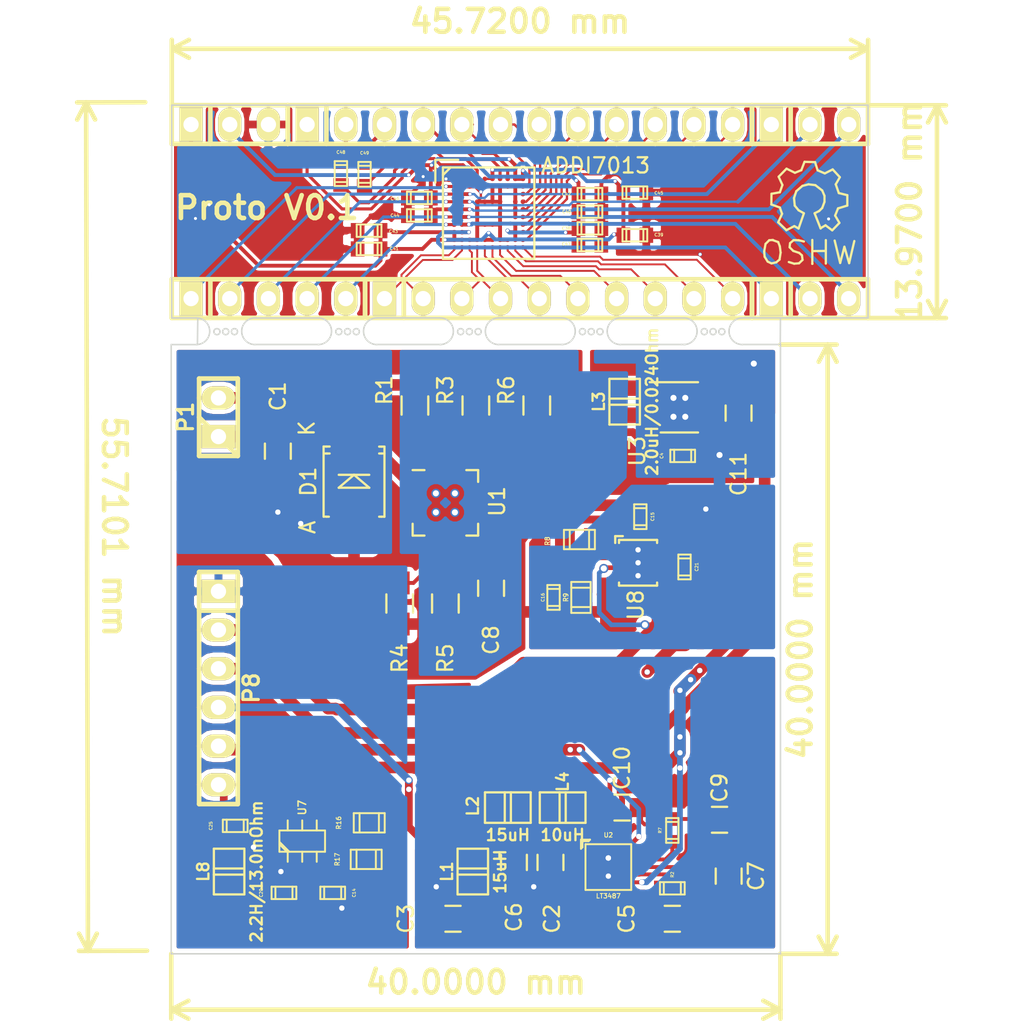
<source format=kicad_pcb>
(kicad_pcb (version 20211014) (generator pcbnew)
  (layers (0 "F.Cu" signal) (31 "B.Cu" signal) (34 "B.Paste" user) (35 "F.Paste" user) (36 "B.SilkS" user "B.Silkscreen") (37 "F.SilkS" user "F.Silkscreen") (38 "B.Mask" user) (39 "F.Mask" user) (44 "Edge.Cuts" user))
  (net 0 "")
  (net 1 "/h-driver/3V3")
  (net 2 "/h-driver/1V8")
  (net 3 "/h-driver/RG1")
  (net 4 "/h-driver/RG2")
  (net 5 "/h-driver/HL1")
  (net 6 "/h-driver/H1")
  (net 7 "/h-driver/HL2")
  (net 8 "/h-driver/A0+")
  (net 9 "/h-driver/A0-")
  (net 10 "/h-driver/A1+")
  (net 11 "/h-driver/A1-")
  (net 12 "/h-driver/TCLK+")
  (net 13 "/h-driver/TCLK-")
  (net 14 "/h-driver/B0+")
  (net 15 "/h-driver/B0-")
  (net 16 "/h-driver/B1+")
  (net 17 "/h-driver/B1-")
  (net 18 "/h-driver/CLI")
  (net 19 "/h-driver/GP01")
  (net 20 "/h-driver/GP02")
  (net 21 "/h-driver/GP03")
  (net 22 "/h-driver/GP04")
  (net 23 "/h-driver/SCK")
  (net 24 "/h-driver/SDATA")
  (net 25 "/h-driver/SL")
  (net 26 "/h-driver/SYNC")
  (net 27 "/h-driver/VD")
  (net 28 "/h-driver/HD")
  (net 29 "Net-(C48-Pad2)")
  (net 30 "Net-(C49-Pad2)")
  (net 31 "/h-driver/GND")
  (net 32 "/h-driver/IN_A+")
  (net 33 "/h-driver/IN_B+")
  (net 34 "/h-driver/IN_B-")
  (net 35 "/h-driver/IN_A-")
  (net 36 "/h-driver/H4")
  (net 37 "/h-driver/H3")
  (net 38 "/h-driver/H2")
  (net 39 "/camera/GND")
  (net 40 "/power-supply/5V5")
  (net 41 "/power-supply/FBN")
  (net 42 "Net-(C6-Pad1)")
  (net 43 "/power-supply/DN")
  (net 44 "Net-(C7-Pad1)")
  (net 45 "Net-(C8-Pad1)")
  (net 46 "/power-supply/CAP")
  (net 47 "Net-(C16-Pad1)")
  (net 48 "Net-(C20-Pad1)")
  (net 49 "Net-(C20-Pad2)")
  (net 50 "/power-supply/3V3")
  (net 51 "/power-supply/1V8")
  (net 52 "Net-(L3-Pad1)")
  (net 53 "Net-(L3-Pad2)")
  (net 54 "Net-(L4-Pad2)")
  (net 55 "Net-(R1-Pad2)")
  (net 56 "Net-(R3-Pad2)")
  (net 57 "Net-(R4-Pad1)")
  (net 58 "Net-(R5-Pad1)")
  (net 59 "Net-(R6-Pad1)")
  (net 60 "/power-supply/FBP")
  (net 61 "Net-(R8-Pad1)")
  (net 62 "Net-(R16-Pad2)")
  (net 63 "Net-(U8-Pad8)")
  (net 64 "/power-supply/V_BAT")
  (net 65 "/power-supply/GND")
  (net 66 "/power-supply/-7V")
  (net 67 "/power-supply/+12V")
  (net 68 "Net-(P1-Pad2)")
  (net 69 "/power-supply/5V0")
  (footprint "w_smd_cap:c_0603" (layer "F.Cu") (at 62.49 52.37 180)
    (fp_text reference "C38")
    (fp_text value "0.1uF" hide)
  )
  (footprint "w_smd_cap:c_0603" (layer "F.Cu") (at 65.44 52.82 180)
    (fp_text reference "C39")
    (fp_text value "0.1uF" hide)
  )
  (footprint "w_smd_cap:c_0603" (layer "F.Cu") (at 62.49 51.27 180)
    (fp_text reference "C40")
    (fp_text value "0.1uF" hide)
  )
  (footprint "w_smd_cap:c_0603" (layer "F.Cu") (at 47.99 53.72)
    (fp_text reference "C41")
    (fp_text value "0.1uF" hide)
  )
  (footprint "w_smd_cap:c_0603" (layer "F.Cu") (at 62.49 50.12 180)
    (fp_text reference "C42")
    (fp_text value "0.1uF" hide)
  )
  (footprint "w_smd_cap:c_0603" (layer "F.Cu") (at 47.99 52.52)
    (fp_text reference "C43")
    (fp_text value "0.1uF" hide)
  )
  (footprint "w_smd_cap:c_0603" (layer "F.Cu") (at 51.29 51.52)
    (fp_text reference "C44")
    (fp_text value "0.1uF" hide)
  )
  (footprint "w_smd_cap:c_0603" (layer "F.Cu") (at 65.44 50.02 180)
    (fp_text reference "C45")
    (fp_text value "0.1uF" hide)
  )
  (footprint "w_smd_cap:c_0603" (layer "F.Cu") (at 51.29 50.37)
    (fp_text reference "C46")
    (fp_text value "0.1uF" hide)
  )
  (footprint "w_smd_cap:c_0603" (layer "F.Cu") (at 62.48566 53.46196 180)
    (fp_text reference "C47")
    (fp_text value "4.7uF" hide)
  )
  (footprint "w_smd_cap:c_0603" (layer "F.Cu") (at 46.14 48.77 90)
    (fp_text reference "C48")
    (fp_text value "0.1u" hide)
  )
  (footprint "w_smd_cap:c_0603" (layer "F.Cu") (at 47.69 48.82 90)
    (fp_text reference "C49")
    (fp_text value "0.1u" hide)
  )
  (footprint "camera:csp-bga-bc-76-3" (layer "F.Cu") (at 55.84 51.37)
    (fp_text reference "U11" hide)
    (fp_text value "ADDI7013")
  )
  (footprint "w_pin_strip:pin_strip_5" (layer "F.Cu") (at 41.38 56.98)
    (fp_text reference "P2" hide)
    (fp_text value "CONN_01X05" hide)
  )
  (footprint "w_pin_strip:pin_strip_10" (layer "F.Cu") (at 60.43 56.98)
    (fp_text reference "P3" hide)
    (fp_text value "CONN_01X10" hide)
  )
  (footprint "w_pin_strip:pin_strip_3" (layer "F.Cu") (at 76.94 45.55)
    (fp_text reference "P4" hide)
    (fp_text value "CONN_01X03" hide)
  )
  (footprint "w_pin_strip:pin_strip_12" (layer "F.Cu") (at 57.89 45.55)
    (fp_text reference "P5" hide)
    (fp_text value "CONN_01X12" hide)
  )
  (footprint "w_pin_strip:pin_strip_3" (layer "F.Cu") (at 76.94 56.98)
    (fp_text reference "P6" hide)
    (fp_text value "CONN_01X03" hide)
  )
  (footprint "w_pin_strip:pin_strip_3" (layer "F.Cu") (at 38.84 45.55)
    (fp_text reference "P7" hide)
    (fp_text value "CONN_01X03" hide)
  )
  (footprint "Symbols:Symbol_OSHW-Logo_SilkScreen" (layer "F.Cu") (at 76.89 50.48)
    (fp_text reference "REF**" hide)
    (fp_text value "Logo" hide)
  )
  (footprint "Capacitors_SMD:C_0805_HandSoldering" (layer "F.Cu") (at 42 67 -90)
    (fp_text reference "C1")
    (fp_text value "1.0uF")
  )
  (footprint "Capacitors_SMD:C_0805_HandSoldering" (layer "F.Cu") (at 59.9 94 -90)
    (fp_text reference "C2")
    (fp_text value "1.0uF")
  )
  (footprint "Capacitors_SMD:C_0805_HandSoldering" (layer "F.Cu") (at 53.5 97.7 180)
    (fp_text reference "C3")
    (fp_text value "47pF")
  )
  (footprint "w_smd_cap:c_0603" (layer "F.Cu") (at 68.58 67.31 180)
    (fp_text reference "C4")
    (fp_text value "2.20uF/2.80Mohm" hide)
  )
  (footprint "Capacitors_SMD:C_0805_HandSoldering" (layer "F.Cu") (at 67.9 97.7)
    (fp_text reference "C5")
    (fp_text value "47pF")
  )
  (footprint "Capacitors_SMD:C_0805_HandSoldering" (layer "F.Cu") (at 57.5 94 -90)
    (fp_text reference "C6")
    (fp_text value "1.0uF")
  )
  (footprint "Capacitors_SMD:C_0805_HandSoldering" (layer "F.Cu") (at 71.6 94.9 90)
    (fp_text reference "C7")
    (fp_text value "100nF")
  )
  (footprint "Capacitors_SMD:C_0805_HandSoldering" (layer "F.Cu") (at 56 76 -90)
    (fp_text reference "C8")
    (fp_text value "1.0F/11mOhm")
  )
  (footprint "Capacitors_SMD:C_0805_HandSoldering" (layer "F.Cu") (at 71 91.2)
    (fp_text reference "C9")
    (fp_text value "4.7uF")
  )
  (footprint "Capacitors_SMD:C_0805_HandSoldering" (layer "F.Cu") (at 64.6 90.4 180)
    (fp_text reference "C10")
    (fp_text value "0.1uF")
  )
  (footprint "w_smd_cap:c_0603" (layer "F.Cu") (at 45.6 96 180)
    (fp_text reference "C14")
    (fp_text value "10.0F/3.0mOhm" hide)
  )
  (footprint "w_smd_cap:c_0603" (layer "F.Cu") (at 65.8 71.3 90)
    (fp_text reference "C15")
    (fp_text value "10.0F/9Mohm" hide)
  )
  (footprint "w_smd_cap:c_0603" (layer "F.Cu") (at 60.1 76.6 90)
    (fp_text reference "C16")
    (fp_text value "470pF" hide)
  )
  (footprint "w_smd_cap:c_0603" (layer "F.Cu") (at 42.4 96 180)
    (fp_text reference "C20")
    (fp_text value "100nF" hide)
  )
  (footprint "w_smd_cap:c_0603" (layer "F.Cu") (at 68.7 74.6 -90)
    (fp_text reference "C21")
    (fp_text value "10.0uF/9.0Mohm" hide)
  )
  (footprint "w_smd_cap:c_0603" (layer "F.Cu") (at 39.2 91.6 180)
    (fp_text reference "C25")
    (fp_text value "47F/3Mohm" hide)
  )
  (footprint "Diodes_SMD:Diode-SMB_Handsoldering" (layer "F.Cu") (at 47 69 -90)
    (fp_text reference "D1")
    (fp_text value "9V/5W")
  )
  (footprint "w_smd_inductors:inductor_smd_0805" (layer "F.Cu") (at 54.8 94.6 90)
    (fp_text reference "L1")
    (fp_text value "15uH")
  )
  (footprint "w_smd_inductors:inductor_smd_0805" (layer "F.Cu") (at 57.1 90.4)
    (fp_text reference "L2")
    (fp_text value "15uH")
  )
  (footprint "w_smd_inductors:inductor_smd_0805" (layer "F.Cu") (at 60.7 90.4)
    (fp_text reference "L4")
    (fp_text value "10uH")
  )
  (footprint "w_smd_inductors:inductor_smd_0805" (layer "F.Cu") (at 38.8 94.6 90)
    (fp_text reference "L8")
    (fp_text value "2.2H/13.0mOhm")
  )
  (footprint "w_pin_strip:pin_strip_2" (layer "F.Cu") (at 38.1 64.77 90)
    (fp_text reference "P1")
    (fp_text value "CONN_01X02" hide)
  )
  (footprint "Resistors_SMD:R_0805_HandSoldering" (layer "F.Cu") (at 51 64 -90)
    (fp_text reference "R1")
    (fp_text value "10.0k")
  )
  (footprint "w_smd_resistors:r_0603" (layer "F.Cu") (at 67.9 95.7)
    (fp_text reference "R2")
    (fp_text value "324k" hide)
  )
  (footprint "Resistors_SMD:R_0805_HandSoldering" (layer "F.Cu") (at 55 64 -90)
    (fp_text reference "R3")
    (fp_text value "10.0k")
  )
  (footprint "Resistors_SMD:R_0805_HandSoldering" (layer "F.Cu") (at 50 77 -90)
    (fp_text reference "R4")
    (fp_text value "51.1k")
  )
  (footprint "Resistors_SMD:R_0805_HandSoldering" (layer "F.Cu") (at 53 77 -90)
    (fp_text reference "R5")
    (fp_text value "68.1k")
  )
  (footprint "Resistors_SMD:R_0805_HandSoldering" (layer "F.Cu") (at 59 64 -90)
    (fp_text reference "R6")
    (fp_text value "53.6k")
  )
  (footprint "w_smd_resistors:r_0603" (layer "F.Cu") (at 67.9 91.9 -90)
    (fp_text reference "R7")
    (fp_text value "324k" hide)
  )
  (footprint "w_smd_resistors:r_0805" (layer "F.Cu") (at 61.8 72.8)
    (fp_text reference "R8")
    (fp_text value "80.6k" hide)
  )
  (footprint "w_smd_resistors:r_0805" (layer "F.Cu") (at 61.9 76.6 90)
    (fp_text reference "R9")
    (fp_text value "105k" hide)
  )
  (footprint "w_smd_resistors:r_0805" (layer "F.Cu") (at 48 91.4)
    (fp_text reference "R16")
    (fp_text value "13.7k" hide)
  )
  (footprint "w_smd_resistors:r_0805" (layer "F.Cu") (at 47.8 93.8 180)
    (fp_text reference "R17")
    (fp_text value "10.0k" hide)
  )
  (footprint "Housings_DFN_QFN:QFN-16-1EP_4x4mm_Pitch0.65mm" (layer "F.Cu") (at 53 70.39)
    (fp_text reference "U1")
    (fp_text value "TPS2420")
  )
  (footprint "w_smd_qfn:dfn10-3x3" (layer "F.Cu") (at 63.7 94.305)
    (fp_text reference "U2")
    (fp_text value "LT3487")
  )
  (footprint "w_smd_trans:sot23-6" (layer "F.Cu") (at 43.6 92.6)
    (fp_text reference "U7")
    (fp_text value "TPS56x200" hide)
  )
  (footprint "camera:llp-8" (layer "F.Cu") (at 65.65 74.325)
    (fp_text reference "U8")
    (fp_text value "LMZ10500")
  )
  (footprint "w_smd_inductors:inductor_smd_0805" (layer "F.Cu") (at 64.77 63.75 90)
    (fp_text reference "L3")
    (fp_text value "2.0uH/0.024Ohm")
  )
  (footprint "w_pin_strip:pin_socket_6" (layer "F.Cu") (at 38.1 82.55 -90)
    (fp_text reference "P8")
    (fp_text value "CONN_01X06" hide)
  )
  (footprint "Capacitors_SMD:C_0805_HandSoldering" (layer "F.Cu") (at 72.25 64.5 -90)
    (fp_text reference "C11")
    (fp_text value "10uF")
  )
  (footprint "Housings_DFN_QFN:DFN-10-1EP_3x3mm_Pitch0.5mm" (layer "F.Cu") (at 68.3625 64.12)
    (fp_text reference "U3")
    (fp_text value "TPS63002")
  )
  (gr_arc (start 36.65 58.25) (mid 37.525 59.125) (end 36.65 60) (layer "Edge.Cuts") (width 0.1))
  (gr_arc (start 40.5 60) (mid 39.625 59.125) (end 40.5 58.25) (layer "Edge.Cuts") (width 0.1))
  (gr_circle (center 38.575 59.15) (end 38.575 59.35) (layer "Edge.Cuts") (width 0.1) (fill none))
  (gr_circle (center 39.15 59.15) (end 39.15 59.35) (layer "Edge.Cuts") (width 0.1) (fill none))
  (gr_arc (start 44.65 58.25) (mid 45.525 59.125) (end 44.65 60) (layer "Edge.Cuts") (width 0.1))
  (gr_circle (center 46 59.15) (end 46 59.35) (layer "Edge.Cuts") (width 0.1) (fill none))
  (gr_circle (center 46.575 59.15) (end 46.575 59.35) (layer "Edge.Cuts") (width 0.1) (fill none))
  (gr_circle (center 47.15 59.15) (end 47.15 59.35) (layer "Edge.Cuts") (width 0.1) (fill none))
  (gr_arc (start 48.5 60) (mid 47.625 59.125) (end 48.5 58.25) (layer "Edge.Cuts") (width 0.1))
  (gr_arc (start 52.65 58.25) (mid 53.525 59.125) (end 52.65 60) (layer "Edge.Cuts") (width 0.1))
  (gr_circle (center 54 59.15) (end 54 59.35) (layer "Edge.Cuts") (width 0.1) (fill none))
  (gr_circle (center 54.575 59.15) (end 54.575 59.35) (layer "Edge.Cuts") (width 0.1) (fill none))
  (gr_circle (center 55.15 59.15) (end 55.15 59.35) (layer "Edge.Cuts") (width 0.1) (fill none))
  (gr_arc (start 56.5 60) (mid 55.625 59.125) (end 56.5 58.25) (layer "Edge.Cuts") (width 0.1))
  (gr_arc (start 64.5 60) (mid 63.625 59.125) (end 64.5 58.25) (layer "Edge.Cuts") (width 0.1))
  (gr_circle (center 63.15 59.15) (end 63.15 59.35) (layer "Edge.Cuts") (width 0.1) (fill none))
  (gr_circle (center 62.575 59.15) (end 62.575 59.35) (layer "Edge.Cuts") (width 0.1) (fill none))
  (gr_circle (center 62 59.15) (end 62 59.35) (layer "Edge.Cuts") (width 0.1) (fill none))
  (gr_arc (start 60.65 58.25) (mid 61.525 59.125) (end 60.65 60) (layer "Edge.Cuts") (width 0.1))
  (gr_arc (start 72.5 60) (mid 71.625 59.125) (end 72.5 58.25) (layer "Edge.Cuts") (width 0.1))
  (gr_circle (center 71.15 59.15) (end 71.15 59.35) (layer "Edge.Cuts") (width 0.1) (fill none))
  (gr_circle (center 70.575 59.15) (end 70.575 59.35) (layer "Edge.Cuts") (width 0.1) (fill none))
  (gr_circle (center 70 59.15) (end 70 59.35) (layer "Edge.Cuts") (width 0.1) (fill none))
  (gr_arc (start 68.65 58.25) (mid 69.525 59.125) (end 68.65 60) (layer "Edge.Cuts") (width 0.1))
  (gr_line (start 35 100) (end 35 60) (layer "Edge.Cuts") (width 0.1))
  (gr_line (start 52.7 59.995) (end 48.5 59.995) (layer "Edge.Cuts") (width 0.1))
  (gr_circle (center 38 59.15) (end 38 59.35) (layer "Edge.Cuts") (width 0.1) (fill none))
  (gr_line (start 80.75 44.28) (end 35.03 44.28) (layer "Edge.Cuts") (width 0.1))
  (gr_line (start 75 60) (end 75 100) (layer "Edge.Cuts") (width 0.1))
  (gr_line (start 68.5 59.995) (end 68.75 59.995) (layer "Edge.Cuts") (width 0.1))
  (gr_line (start 56.51 58.245) (end 60.65 58.245) (layer "Edge.Cuts") (width 0.1))
  (gr_line (start 35 60) (end 36.65 60) (layer "Edge.Cuts") (width 0.1))
  (gr_line (start 40.51 58.255) (end 44.67 58.255) (layer "Edge.Cuts") (width 0.1))
  (gr_line (start 36.625 58.25) (end 35.025 58.25) (layer "Edge.Cuts") (width 0.1))
  (gr_line (start 80.75 44.28) (end 80.75 58.25) (layer "Edge.Cuts") (width 0.1))
  (gr_line (start 64.5 58.25) (end 68.65 58.25) (layer "Edge.Cuts") (width 0.1))
  (gr_line (start 75 100) (end 35 100) (layer "Edge.Cuts") (width 0.1))
  (gr_line (start 44.7 59.995) (end 40.5 59.995) (layer "Edge.Cuts") (width 0.1))
  (gr_line (start 36.72 59.99) (end 36.74 58.27) (layer "Edge.Cuts") (width 0.1))
  (gr_line (start 72.52 58.245) (end 80.75 58.245) (layer "Edge.Cuts") (width 0.1))
  (gr_line (start 75 59.995) (end 72.5 59.995) (layer "Edge.Cuts") (width 0.1))
  (gr_line (start 35.03 44.28) (end 35.03 58.25) (layer "Edge.Cuts") (width 0.1))
  (gr_line (start 48.5 58.245) (end 52.65 58.245) (layer "Edge.Cuts") (width 0.1))
  (gr_line (start 64.5 59.995) (end 68.5 59.995) (layer "Edge.Cuts") (width 0.1))
  (gr_line (start 60.7 59.995) (end 56.5 59.995) (layer "Edge.Cuts") (width 0.1))
  (gr_line (start 74.99 60) (end 75 58.24) (layer "Edge.Cuts") (width 0.1))
  (gr_text "Proto V0.1\n" (at 41.28 51.01) (layer "F.SilkS") (effects (font (size 1.5 1.5) (thickness 0.3))))
  (dimension (type aligned) (layer "F.SilkS") (pts (xy 33.408341 99.798406) (xy 33.288341 44.088406)) (height -3.877438) (gr_text "55.7101 mm" (at 31.270908 71.947881 -89.8765844) (layer "F.SilkS") (effects (font (size 1.5 1.5) (thickness 0.3)))) (format (units 2) (units_format 1) (precision 4)) (style (thickness 0.3) (arrow_length 1.27) (text_position_mode 0) (extension_height 0.58642) (extension_offset 0) keep_text_aligned))
  (dimension (type aligned) (layer "F.SilkS") (pts (xy 75 100) (xy 35 100)) (height -3.669999) (gr_text "40.0000 mm" (at 55 101.869999) (layer "F.SilkS") (effects (font (size 1.5 1.5) (thickness 0.3)))) (format (units 2) (units_format 1) (precision 4)) (style (thickness 0.3) (arrow_length 1.27) (text_position_mode 0) (extension_height 0.58642) (extension_offset 0) keep_text_aligned))
  (dimension (type aligned) (layer "F.SilkS") (pts (xy 80.7556 44.2876) (xy 35.0356 44.2876)) (height 3.7084) (gr_text "45.7200 mm" (at 57.8956 38.7792) (layer "F.SilkS") (effects (font (size 1.5 1.5) (thickness 0.3)))) (format (units 2) (units_format 1) (precision 4)) (style (thickness 0.3) (arrow_length 1.27) (text_position_mode 0) (extension_height 0.58642) (extension_offset 0) keep_text_aligned))
  (dimension (type aligned) (layer "F.SilkS") (pts (xy 75 60) (xy 75 100)) (height -3.1) (gr_text "40.0000 mm" (at 76.3 80 90) (layer "F.SilkS") (effects (font (size 1.5 1.5) (thickness 0.3)))) (format (units 2) (units_format 1) (precision 4)) (style (thickness 0.3) (arrow_length 1.27) (text_position_mode 0) (extension_height 0.58642) (extension_offset 0) keep_text_aligned))
  (dimension (type aligned) (layer "F.SilkS") (pts (xy 80.7556 58.2576) (xy 80.7556 44.2876)) (height 4.5212) (gr_text "13.9700 mm" (at 83.4768 51.2726 90) (layer "F.SilkS") (effects (font (size 1.5 1.5) (thickness 0.3)))) (format (units 2) (units_format 1) (precision 4)) (style (thickness 0.3) (arrow_length 1.27) (text_position_mode 0) (extension_height 0.58642) (extension_offset 0) keep_text_aligned))
  (segment (start 53.625 69.765) (end 53.625 71.015) (width 0.762) (layer "F.Cu") (net 0))
  (segment (start 68 79.75) (end 66.25 81.5) (width 0.762) (layer "F.Cu") (net 0))
  (segment (start 52.375 69.765) (end 53.625 69.765) (width 0.762) (layer "F.Cu") (net 0))
  (segment (start 52.375 71.015) (end 52.375 69.765) (width 0.762) (layer "F.Cu") (net 0))
  (segment (start 68.75 79.75) (end 68 79.75) (width 0.762) (layer "F.Cu") (net 0))
  (segment (start 53.625 71.015) (end 52.375 71.015) (width 0.762) (layer "F.Cu") (net 0))
  (via (at 66.25 81.5) (size 0.375) (drill 0.35) (layers "F.Cu" "B.Cu") (net 0))
  (via (at 53.625 69.765) (size 0.6) (drill 0.4) (layers "F.Cu" "B.Cu") (net 0))
  (via (at 52.375 69.765) (size 0.6) (drill 0.4) (layers "F.Cu" "B.Cu") (net 0))
  (via (at 53.625 71.015) (size 0.6) (drill 0.4) (layers "F.Cu" "B.Cu") (net 0))
  (via (at 52.375 71.015) (size 0.6) (drill 0.4) (layers "F.Cu" "B.Cu") (net 0))
  (segment (start 52.04184 51.52) (end 52.04184 50.37) (width 0.254) (layer "F.Cu") (net 1))
  (segment (start 53.59 51.12) (end 52.44184 51.12) (width 0.254) (layer "F.Cu") (net 1))
  (segment (start 57.59 49.12) (end 57.59 48.22) (width 0.254) (layer "F.Cu") (net 1))
  (segment (start 54.09 49.12) (end 54.09 48.731398) (width 0.254) (layer "F.Cu") (net 1))
  (segment (start 61.73816 52.37) (end 61.73816 53.47) (width 0.254) (layer "F.Cu") (net 1))
  (segment (start 57.59 52.12) (end 57.59 52.62) (width 0.254) (layer "F.Cu") (net 1))
  (segment (start 57.59 52.62) (end 57.59 53.12) (width 0.254) (layer "F.Cu") (net 1))
  (segment (start 54.09 49.12) (end 54.09 49.049934) (width 0.254) (layer "F.Cu") (net 1))
  (segment (start 58.09 49.12) (end 58.09 48.579) (width 0.254) (layer "F.Cu") (net 1))
  (segment (start 57.59 48.22) (end 57.19 47.82) (width 0.254) (layer "F.Cu") (net 1))
  (segment (start 61.46916 52.639) (end 61.73816 52.37) (width 0.254) (layer "F.Cu") (net 1))
  (segment (start 60.888 52.639) (end 61.46916 52.639) (width 0.254) (layer "F.Cu") (net 1))
  (segment (start 52.44184 51.12) (end 52.04184 51.52) (width 0.254) (layer "F.Cu") (net 1))
  (segment (start 61.73816 50.12) (end 61.73816 51.27) (width 0.254) (layer "F.Cu") (net 1))
  (segment (start 61.73816 49.36816) (end 61.59 49.22) (width 0.254) (layer "F.Cu") (net 1))
  (segment (start 53.978602 48.62) (end 52.49 48.62) (width 0.254) (layer "F.Cu") (net 1))
  (segment (start 57.59 52.62) (end 57.186 52.62) (width 0.254) (layer "F.Cu") (net 1))
  (segment (start 58.09 49.12) (end 57.59 49.12) (width 0.254) (layer "F.Cu") (net 1))
  (segment (start 51.24 48.22) (end 52.09 48.22) (width 0.254) (layer "F.Cu") (net 1))
  (segment (start 52.49 48.62) (end 52.09 48.22) (width 0.254) (layer "F.Cu") (net 1))
  (segment (start 58.09 48.579) (end 58.094 48.575) (width 0.254) (layer "F.Cu") (net 1))
  (segment (start 50.59 48.87) (end 51.24 48.22) (width 0.254) (layer "F.Cu") (net 1))
  (segment (start 57.186 52.62) (end 57.078 52.512) (width 0.254) (layer "F.Cu") (net 1))
  (segment (start 61.73816 50.12) (end 61.73816 49.36816) (width 0.254) (layer "F.Cu") (net 1))
  (segment (start 52.04184 48.26816) (end 52.09 48.22) (width 0.254) (layer "F.Cu") (net 1))
  (segment (start 52.04184 50.37) (end 52.04184 48.26816) (width 0.254) (layer "F.Cu") (net 1))
  (segment (start 61.73816 50.12) (end 61.73816 52.37) (width 0.254) (layer "F.Cu") (net 1))
  (segment (start 54.09 48.731398) (end 53.978602 48.62) (width 0.254) (layer "F.Cu") (net 1))
  (via (at 61.59 49.22) (size 0.25) (drill 0.2) (layers "F.Cu" "B.Cu") (net 1))
  (via (at 57.19 47.82) (size 0.25) (drill 0.2) (layers "F.Cu" "B.Cu") (net 1))
  (via (at 57.078 52.512) (size 0.25) (drill 0.2) (layers "F.Cu" "B.Cu") (net 1))
  (via (at 50.59 48.87) (size 0.25) (drill 0.2) (layers "F.Cu" "B.Cu") (net 1))
  (via (at 60.888 52.639) (size 0.25) (drill 0.2) (layers "F.Cu" "B.Cu") (net 1))
  (via (at 52.09 48.22) (size 0.25) (drill 0.2) (layers "F.Cu" "B.Cu") (net 1))
  (via (at 58.094 48.575) (size 0.25) (drill 0.2) (layers "F.Cu" "B.Cu") (net 1))
  (segment (start 57.205 52.639) (end 60.888 52.639) (width 0.254) (layer "B.Cu") (net 1))
  (segment (start 54.752433 47.82) (end 57.19 47.82) (width 0.254) (layer "B.Cu") (net 1))
  (segment (start 61.59 49.22) (end 61.34401 48.97401) (width 0.254) (layer "B.Cu") (net 1))
  (segment (start 55.63599 48.703557) (end 54.752433 47.82) (width 0.254) (layer "B.Cu") (net 1))
  (segment (start 58.45516 48.93616) (end 58.45516 48.97401) (width 0.254) (layer "B.Cu") (net 1))
  (segment (start 57.078 52.512) (end 57.205 52.639) (width 0.254) (layer "B.Cu") (net 1))
  (segment (start 61.34401 48.97401) (end 58.45516 48.97401) (width 0.254) (layer "B.Cu") (net 1))
  (segment (start 55.63599 48.708057) (end 55.63599 48.703557) (width 0.254) (layer "B.Cu") (net 1))
  (segment (start 55.901943 48.97401) (end 55.63599 48.708057) (width 0.254) (layer "B.Cu") (net 1))
  (segment (start 52.49 47.82) (end 54.752433 47.82) (width 0.254) (layer "B.Cu") (net 1))
  (segment (start 58.45516 48.97401) (end 55.901943 48.97401) (width 0.254) (layer "B.Cu") (net 1))
  (segment (start 58.094 48.575) (end 58.45516 48.93616) (width 0.254) (layer "B.Cu") (net 1))
  (segment (start 38.84 45.55) (end 38.84 45.88782) (width 0.254) (layer "B.Cu") (net 1))
  (segment (start 52.09 48.22) (end 52.49 47.82) (width 0.254) (layer "B.Cu") (net 1))
  (segment (start 41.82218 48.87) (end 50.59 48.87) (width 0.254) (layer "B.Cu") (net 1))
  (segment (start 38.84 45.88782) (end 41.82218 48.87) (width 0.254) (layer "B.Cu") (net 1))
  (segment (start 36.3 45.55) (end 36.3 50.38) (width 0.254) (layer "F.Cu") (net 2))
  (segment (start 64.063 52.766) (end 64.63416 52.766) (width 0.254) (layer "F.Cu") (net 2))
  (segment (start 48.74184 53.72) (end 51.49542 53.72) (width 0.254) (layer "F.Cu") (net 2))
  (segment (start 56.09 52.92) (end 55.84 52.67) (width 0.254) (layer "F.Cu") (net 2))
  (segment (start 48.74184 53.72) (end 48.74184 52.52) (width 0.254) (layer "F.Cu") (net 2))
  (segment (start 53.59 53.12) (end 52.09542 53.12) (width 0.254) (layer "F.Cu") (net 2))
  (segment (start 56.09 53.12) (end 55.59 53.12) (width 0.254) (layer "F.Cu") (net 2))
  (segment (start 48.74184 54.47438) (end 48.74184 53.72) (width 0.254) (layer "F.Cu") (net 2))
  (segment (start 64.68816 52.82) (end 64.366422 52.82) (width 0.254) (layer "F.Cu") (net 2))
  (segment (start 56.09 53.12) (end 56.09 52.92) (width 0.254) (layer "F.Cu") (net 2))
  (segment (start 64.63416 52.766) (end 64.68816 52.82) (width 0.254) (layer "F.Cu") (net 2))
  (segment (start 64.68816 50.02) (end 64.68816 52.82) (width 0.254) (layer "F.Cu") (net 2))
  (segment (start 48.39622 54.82) (end 48.74184 54.47438) (width 0.254) (layer "F.Cu") (net 2))
  (segment (start 52.97359 53.12) (end 53.59 53.12) (width 0.254) (layer "F.Cu") (net 2))
  (segment (start 64.68816 49.81816) (end 64.14 49.27) (width 0.254) (layer "F.Cu") (net 2))
  (segment (start 40.74 54.82) (end 48.39622 54.82) (width 0.254) (layer "F.Cu") (net 2))
  (segment (start 53.59 52.62) (end 49.54542 52.62) (width 0.254) (layer "F.Cu") (net 2))
  (segment (start 48.74184 52.52) (end 49.44542 52.52) (width 0.254) (layer "F.Cu") (net 2))
  (segment (start 56.09 48.52) (end 56.09 49.12) (width 0.254) (layer "F.Cu") (net 2))
  (segment (start 54.09 53.12) (end 53.59 53.12) (width 0.254) (layer "F.Cu") (net 2))
  (segment (start 55.59 49.12) (end 56.09 49.12) (width 0.1524) (layer "F.Cu") (net 2))
  (segment (start 49.44542 52.52) (end 49.54542 52.62) (width 0.254) (layer "F.Cu") (net 2))
  (segment (start 51.49542 53.72) (end 52.09542 53.12) (width 0.254) (layer "F.Cu") (net 2))
  (segment (start 64.68816 50.02) (end 64.68816 49.81816) (width 0.254) (layer "F.Cu") (net 2))
  (segment (start 53.59 53.12) (end 53.59 52.62) (width 0.254) (layer "F.Cu") (net 2))
  (segment (start 36.3 50.38) (end 40.74 54.82) (width 0.254) (layer "F.Cu") (net 2))
  (via (at 64.063 52.766) (size 0.25) (drill 0.2) (layers "F.Cu" "B.Cu") (net 2))
  (via (at 56.09 48.52) (size 0.25) (drill 0.2) (layers "F.Cu" "B.Cu") (net 2))
  (via (at 64.14 49.27) (size 0.25) (drill 0.2) (layers "F.Cu" "B.Cu") (net 2))
  (via (at 55.84 52.67) (size 0.25) (drill 0.2) (layers "F.Cu" "B.Cu") (net 2))
  (via (at 52.97359 53.12) (size 0.25) (drill 0.2) (layers "F.Cu" "B.Cu") (net 2))
  (segment (start 56.26301 53.09301) (end 63.73599 53.09301) (width 0.254) (layer "B.Cu") (net 2))
  (segment (start 55.715001 52.805659) (end 55.4016 53.11906) (width 0.254) (layer "B.Cu") (net 2))
  (segment (start 62.284594 49.27) (end 61.534594 48.52) (width 0.254) (layer "B.Cu") (net 2))
  (segment (start 58.681066 48.52) (end 58.282057 48.120991) (width 0.254) (layer "B.Cu") (net 2))
  (segment (start 63.938001 52.890999) (end 64.063 52.766) (width 0.254) (layer "B.Cu") (net 2))
  (segment (start 55.84 52.67) (end 55.715001 52.794999) (width 0.254) (layer "B.Cu") (net 2))
  (segment (start 64.14 49.27) (end 62.284594 49.27) (width 0.254) (layer "B.Cu") (net 2))
  (segment (start 55.84 52.67) (end 56.26301 53.09301) (width 0.254) (layer "B.Cu") (net 2))
  (segment (start 63.73599 53.09301) (end 63.938001 52.890999) (width 0.254) (layer "B.Cu") (net 2))
  (segment (start 57.905943 48.120991) (end 57.506934 48.52) (width 0.254) (layer "B.Cu") (net 2))
  (segment (start 61.534594 48.52) (end 58.681066 48.52) (width 0.254) (layer "B.Cu") (net 2))
  (segment (start 55.715001 52.794999) (end 55.715001 52.805659) (width 0.254) (layer "B.Cu") (net 2))
  (segment (start 55.4016 53.11906) (end 52.97453 53.11906) (width 0.254) (layer "B.Cu") (net 2))
  (segment (start 52.97453 53.11906) (end 52.97359 53.12) (width 0.254) (layer "B.Cu") (net 2))
  (segment (start 58.282057 48.120991) (end 57.905943 48.120991) (width 0.254) (layer "B.Cu") (net 2))
  (segment (start 56.266776 48.52) (end 56.09 48.52) (width 0.254) (layer "B.Cu") (net 2))
  (segment (start 57.506934 48.52) (end 56.266776 48.52) (width 0.254) (layer "B.Cu") (net 2))
  (segment (start 63.722985 48.31679) (end 65.207014 48.31679) (width 0.1524) (layer "F.Cu") (net 3))
  (segment (start 71.86 45.88782) (end 71.86 45.55) (width 0.1524) (layer "F.Cu") (net 3))
  (segment (start 65.207014 48.31679) (end 65.757015 48.866791) (width 0.1524) (layer "F.Cu") (net 3))
  (segment (start 61.422985 48.816791) (end 63.222984 48.816791) (width 0.1524) (layer "F.Cu") (net 3))
  (segment (start 58.302132 53.12) (end 60.983071 50.439061) (width 0.1524) (layer "F.Cu") (net 3))
  (segment (start 63.222984 48.816791) (end 63.722985 48.31679) (width 0.1524) (layer "F.Cu") (net 3))
  (segment (start 60.983071 49.256705) (end 61.422985 48.816791) (width 0.1524) (layer "F.Cu") (net 3))
  (segment (start 58.09 53.12) (end 58.302132 53.12) (width 0.1524) (layer "F.Cu") (net 3))
  (segment (start 68.881029 48.866791) (end 71.86 45.88782) (width 0.1524) (layer "F.Cu") (net 3))
  (segment (start 60.983071 50.439061) (end 60.983071 49.256705) (width 0.1524) (layer "F.Cu") (net 3))
  (segment (start 65.757015 48.866791) (end 68.881029 48.866791) (width 0.1524) (layer "F.Cu") (net 3))
  (segment (start 58.516201 49.405931) (end 58.516201 48.426977) (width 0.1524) (layer "F.Cu") (net 4))
  (segment (start 58.09 49.62) (end 58.302132 49.62) (width 0.1524) (layer "F.Cu") (net 4))
  (segment (start 58.516201 48.426977) (end 57.159224 47.07) (width 0.1524) (layer "F.Cu") (net 4))
  (segment (start 58.302132 49.62) (end 58.516201 49.405931) (width 0.1524) (layer "F.Cu") (net 4))
  (segment (start 58.138379 49.571621) (end 58.09 49.62) (width 0.2032) (layer "F.Cu") (net 4))
  (segment (start 55.6 47.07) (end 54.08 45.55) (width 0.1524) (layer "F.Cu") (net 4))
  (segment (start 54.08 45.55) (end 54.778009 45.55) (width 0.2032) (layer "F.Cu") (net 4))
  (segment (start 57.159224 47.07) (end 55.6 47.07) (width 0.1524) (layer "F.Cu") (net 4))
  (segment (start 69.32 45.55) (end 69.32 45.88782) (width 0.1524) (layer "F.Cu") (net 5))
  (segment (start 58.302132 52.62) (end 58.09 52.62) (width 0.1524) (layer "F.Cu") (net 5))
  (segment (start 58.09 52.62) (end 58.138399 52.571601) (width 0.2032) (layer "F.Cu") (net 5))
  (segment (start 69.32 45.88782) (end 67.243439 47.964381) (width 0.1524) (layer "F.Cu") (net 5))
  (segment (start 63.427012 47.964381) (end 62.927012 48.464381) (width 0.1524) (layer "F.Cu") (net 5))
  (segment (start 60.630661 50.291471) (end 58.302132 52.62) (width 0.1524) (layer "F.Cu") (net 5))
  (segment (start 60.630661 49.110732) (end 60.630661 50.291471) (width 0.1524) (layer "F.Cu") (net 5))
  (segment (start 61.277012 48.464381) (end 60.630661 49.110732) (width 0.1524) (layer "F.Cu") (net 5))
  (segment (start 62.927012 48.464381) (end 61.277012 48.464381) (width 0.1524) (layer "F.Cu") (net 5))
  (segment (start 67.243439 47.964381) (end 63.427012 47.964381) (width 0.1524) (layer "F.Cu") (net 5))
  (segment (start 66.78 45.88782) (end 66.78 45.55) (width 0.1524) (layer "F.Cu") (net 6))
  (segment (start 62.781039 48.111971) (end 63.281039 47.611971) (width 0.1524) (layer "F.Cu") (net 6))
  (segment (start 60.278251 50.143881) (end 60.278251 48.964759) (width 0.1524) (layer "F.Cu") (net 6))
  (segment (start 63.281039 47.611971) (end 65.055849 47.611971) (width 0.1524) (layer "F.Cu") (net 6))
  (segment (start 58.302132 52.12) (end 60.278251 50.143881) (width 0.1524) (layer "F.Cu") (net 6))
  (segment (start 61.131039 48.111971) (end 62.781039 48.111971) (width 0.1524) (layer "F.Cu") (net 6))
  (segment (start 58.09 52.12) (end 58.302132 52.12) (width 0.1524) (layer "F.Cu") (net 6))
  (segment (start 60.278251 48.964759) (end 61.131039 48.111971) (width 0.1524) (layer "F.Cu") (net 6))
  (segment (start 65.055849 47.611971) (end 66.78 45.88782) (width 0.1524) (layer "F.Cu") (net 6))
  (segment (start 58.09 50.12) (end 58.138399 50.071601) (width 0.2032) (layer "F.Cu") (net 7))
  (segment (start 58.868611 47.248611) (end 57.89 46.27) (width 0.1524) (layer "F.Cu") (net 7))
  (segment (start 58.868611 49.553521) (end 58.868611 47.248611) (width 0.1524) (layer "F.Cu") (net 7))
  (segment (start 57.89 45.9056) (end 57.5344 45.55) (width 0.1524) (layer "F.Cu") (net 7))
  (segment (start 58.09 50.12) (end 58.302132 50.12) (width 0.1524) (layer "F.Cu") (net 7))
  (segment (start 57.89 46.27) (end 57.89 45.9056) (width 0.1524) (layer "F.Cu") (net 7))
  (segment (start 58.302132 50.12) (end 58.868611 49.553521) (width 0.1524) (layer "F.Cu") (net 7))
  (segment (start 56.62 45.88782) (end 56.62 45.55) (width 0.2032) (layer "F.Cu") (net 7))
  (segment (start 57.5344 45.55) (end 56.62 45.55) (width 0.1524) (layer "F.Cu") (net 7))
  (segment (start 53.59 53.77) (end 53.59 53.62) (width 0.125) (layer "F.Cu") (net 8))
  (segment (start 50.117501 55.413509) (end 51.39351 54.1375) (width 0.125) (layer "F.Cu") (net 8))
  (segment (start 49 56.98) (end 50.117501 55.862499) (width 0.125) (layer "F.Cu") (net 8))
  (segment (start 51.39351 54.1375) (end 53.2225 54.1375) (width 0.125) (layer "F.Cu") (net 8))
  (segment (start 50.117501 55.862499) (end 50.117501 55.413509) (width 0.125) (layer "F.Cu") (net 8))
  (segment (start 53.2225 54.1375) (end 53.59 53.77) (width 0.125) (layer "F.Cu") (net 8))
  (segment (start 50.422499 55.862499) (end 50.422499 55.539843) (width 0.125) (layer "F.Cu") (net 9))
  (segment (start 50.422499 55.539843) (end 51.519842 54.4425) (width 0.125) (layer "F.Cu") (net 9))
  (segment (start 54.09 53.82) (end 54.09 53.62) (width 0.125) (layer "F.Cu") (net 9))
  (segment (start 51.519842 54.4425) (end 53.4675 54.4425) (width 0.125) (layer "F.Cu") (net 9))
  (segment (start 51.54 56.98) (end 51.54 56.64218) (width 0.2032) (layer "F.Cu") (net 9))
  (segment (start 53.4675 54.4425) (end 54.09 53.82) (width 0.125) (layer "F.Cu") (net 9))
  (segment (start 51.54 56.98) (end 50.422499 55.862499) (width 0.125) (layer "F.Cu") (net 9))
  (segment (start 54.74 55.241066) (end 54.74 53.965) (width 0.125) (layer "F.Cu") (net 10))
  (segment (start 55.197501 55.862499) (end 55.197501 55.698567) (width 0.125) (layer "F.Cu") (net 10))
  (segment (start 54.59 53.815) (end 54.59 53.62) (width 0.125) (layer "F.Cu") (net 10))
  (segment (start 55.197501 55.698567) (end 54.74 55.241066) (width 0.125) (layer "F.Cu") (net 10))
  (segment (start 54.74 53.965) (end 54.59 53.815) (width 0.125) (layer "F.Cu") (net 10))
  (segment (start 54.08 56.98) (end 55.197501 55.862499) (width 0.125) (layer "F.Cu") (net 10))
  (segment (start 55.09 53.77) (end 55.09 53.62) (width 0.125) (layer "F.Cu") (net 11))
  (segment (start 55.502499 55.862499) (end 55.502499 55.572233) (width 0.125) (layer "F.Cu") (net 11))
  (segment (start 55.502499 55.572233) (end 55.09 55.159734) (width 0.125) (layer "F.Cu") (net 11))
  (segment (start 55.09 55.159734) (end 55.09 53.77) (width 0.125) (layer "F.Cu") (net 11))
  (segment (start 56.62 56.98) (end 55.502499 55.862499) (width 0.125) (layer "F.Cu") (net 11))
  (segment (start 56.62 56.98) (end 56.62 56.64218) (width 0.2032) (layer "F.Cu") (net 11))
  (segment (start 55.638399 53.62) (end 55.59 53.62) (width 0.2032) (layer "F.Cu") (net 12))
  (segment (start 59.16 56.98) (end 58.55481 56.98) (width 0.125) (layer "F.Cu") (net 12))
  (segment (start 57.969831 55.789831) (end 57.193765 55.789831) (width 0.125) (layer "F.Cu") (net 12))
  (segment (start 55.59 53.832132) (end 55.59 53.62) (width 0.125) (layer "F.Cu") (net 12))
  (segment (start 57.193765 55.789831) (end 55.59 54.186066) (width 0.125) (layer "F.Cu") (net 12))
  (segment (start 55.59 54.186066) (end 55.59 53.832132) (width 0.125) (layer "F.Cu") (net 12))
  (segment (start 59.16 56.98) (end 57.969831 55.789831) (width 0.125) (layer "F.Cu") (net 12))
  (segment (start 60.542661 55.484841) (end 57.320107 55.484841) (width 0.125) (layer "F.Cu") (net 13))
  (segment (start 57.320107 55.484841) (end 56.09 54.254734) (width 0.125) (layer "F.Cu") (net 13))
  (segment (start 61.7 56.98) (end 61.7 56.64218) (width 0.125) (layer "F.Cu") (net 13))
  (segment (start 56.09 53.832132) (end 56.09 53.62) (width 0.125) (layer "F.Cu") (net 13))
  (segment (start 61.7 56.64218) (end 60.542661 55.484841) (width 0.125) (layer "F.Cu") (net 13))
  (segment (start 56.09 54.254734) (end 56.09 53.832132) (width 0.125) (layer "F.Cu") (net 13))
  (segment (start 64.24 56.64218) (end 62.757651 55.159831) (width 0.125) (layer "F.Cu") (net 14))
  (segment (start 62.757651 55.159831) (end 57.638878 55.159831) (width 0.125) (layer "F.Cu") (net 14))
  (segment (start 57.638878 55.159831) (end 56.59 54.110953) (width 0.125) (layer "F.Cu") (net 14))
  (segment (start 56.59 54.110953) (end 56.59 53.832132) (width 0.125) (layer "F.Cu") (net 14))
  (segment (start 64.24 56.98) (end 64.24 56.64218) (width 0.125) (layer "F.Cu") (net 14))
  (segment (start 56.59 53.832132) (end 56.59 53.62) (width 0.125) (layer "F.Cu") (net 14))
  (segment (start 57.09 53.832132) (end 57.09 53.62) (width 0.125) (layer "F.Cu") (net 15))
  (segment (start 66.78 56.98) (end 66.78 56.64218) (width 0.125) (layer "F.Cu") (net 15))
  (segment (start 62.883981 54.854841) (end 58.112709 54.854841) (width 0.125) (layer "F.Cu") (net 15))
  (segment (start 63.088194 55.059054) (end 62.883981 54.854841) (width 0.125) (layer "F.Cu") (net 15))
  (segment (start 66.78 56.64218) (end 65.196874 55.059054) (width 0.125) (layer "F.Cu") (net 15))
  (segment (start 65.196874 55.059054) (end 63.088194 55.059054) (width 0.125) (layer "F.Cu") (net 15))
  (segment (start 58.112709 54.854841) (end 57.09 53.832132) (width 0.125) (layer "F.Cu") (net 15))
  (segment (start 57.59 53.832132) (end 58.287699 54.529831) (width 0.125) (layer "F.Cu") (net 16))
  (segment (start 67.411864 54.734044) (end 69.32 56.64218) (width 0.125) (layer "F.Cu") (net 16))
  (segment (start 63.222817 54.734044) (end 67.411864 54.734044) (width 0.125) (layer "F.Cu") (net 16))
  (segment (start 69.32 56.98) (end 69.32 56.64218) (width 0.2032) (layer "F.Cu") (net 16))
  (segment (start 58.287699 54.529831) (end 63.018604 54.529831) (width 0.125) (layer "F.Cu") (net 16))
  (segment (start 63.018604 54.529831) (end 63.222817 54.734044) (width 0.125) (layer "F.Cu") (net 16))
  (segment (start 57.59 53.62) (end 57.59 53.832132) (width 0.125) (layer "F.Cu") (net 16))
  (segment (start 58.239999 53.769999) (end 58.09 53.62) (width 0.125) (layer "F.Cu") (net 17))
  (segment (start 71.719414 56.64218) (end 69.506278 54.429044) (width 0.125) (layer "F.Cu") (net 17))
  (segment (start 69.506278 54.429044) (end 63.349137 54.429044) (width 0.125) (layer "F.Cu") (net 17))
  (segment (start 71.86 56.64218) (end 71.86 56.98) (width 0.2032) (layer "F.Cu") (net 17))
  (segment (start 71.86 56.64218) (end 71.719414 56.64218) (width 0.125) (layer "F.Cu") (net 17))
  (segment (start 63.144934 54.224841) (end 58.694841 54.224841) (width 0.125) (layer "F.Cu") (net 17))
  (segment (start 58.694841 54.224841) (end 58.239999 53.769999) (width 0.125) (layer "F.Cu") (net 17))
  (segment (start 63.349137 54.429044) (end 63.144934 54.224841) (width 0.125) (layer "F.Cu") (net 17))
  (segment (start 36.3 56.64218) (end 36.3 56.98) (width 0.254) (layer "F.Cu") (net 18))
  (segment (start 53.04 49.62) (end 53.59 49.62) (width 0.2032) (layer "F.Cu") (net 18))
  (via (at 53.04 49.62) (size 0.25) (drill 0.2) (layers "F.Cu" "B.Cu") (net 18))
  (segment (start 36.3 56.64218) (end 43.243571 49.698609) (width 0.2032) (layer "B.Cu") (net 18))
  (segment (start 43.243571 49.698609) (end 52.784615 49.698609) (width 0.2032) (layer "B.Cu") (net 18))
  (segment (start 52.784615 49.698609) (end 52.863224 49.62) (width 0.2032) (layer "B.Cu") (net 18))
  (segment (start 52.863224 49.62) (end 53.04 49.62) (width 0.2032) (layer "B.Cu") (net 18))
  (segment (start 36.3 56.98) (end 36.3 56.64218) (width 0.2032) (layer "B.Cu") (net 18))
  (segment (start 53.59 50.12) (end 53.04 50.12) (width 0.2032) (layer "F.Cu") (net 19))
  (via (at 53.04 50.12) (size 0.25) (drill 0.2) (layers "F.Cu" "B.Cu") (net 19))
  (segment (start 45.36218 50.12) (end 38.84 56.64218) (width 0.2032) (layer "B.Cu") (net 19))
  (segment (start 38.84 56.64218) (end 38.84 56.98) (width 0.2032) (layer "B.Cu") (net 19))
  (segment (start 53.04 50.12) (end 45.36218 50.12) (width 0.2032) (layer "B.Cu") (net 19))
  (segment (start 41.38 56.98) (end 41.38 56.64218) (width 0.2032) (layer "F.Cu") (net 20))
  (segment (start 53.59 50.62) (end 53.04 50.62) (width 0.2032) (layer "F.Cu") (net 20))
  (via (at 53.04 50.62) (size 0.25) (drill 0.2) (layers "F.Cu" "B.Cu") (net 20))
  (segment (start 47.40218 50.62) (end 41.38 56.64218) (width 0.2032) (layer "B.Cu") (net 20))
  (segment (start 53.04 50.62) (end 47.40218 50.62) (width 0.2032) (layer "B.Cu") (net 20))
  (segment (start 41.38 56.64218) (end 41.38 56.98) (width 0.2032) (layer "B.Cu") (net 20))
  (segment (start 43.92 56.98) (end 43.92 56.64218) (width 0.2032) (layer "F.Cu") (net 21))
  (segment (start 53.59 51.62) (end 53.04 51.62) (width 0.2032) (layer "F.Cu") (net 21))
  (via (at 53.04 51.62) (size 0.25) (drill 0.2) (layers "F.Cu" "B.Cu") (net 21))
  (segment (start 53.04 51.62) (end 48.94218 51.62) (width 0.2032) (layer "B.Cu") (net 21))
  (segment (start 48.94218 51.62) (end 43.92 56.64218) (width 0.2032) (layer "B.Cu") (net 21))
  (segment (start 43.92 56.64218) (end 43.92 56.98) (width 0.2032) (layer "B.Cu") (net 21))
  (segment (start 53.59 52.12) (end 53.04 52.12) (width 0.2032) (layer "F.Cu") (net 22))
  (segment (start 53.541609 52.168391) (end 53.59 52.12) (width 0.2032) (layer "F.Cu") (net 22))
  (segment (start 46.46 56.98) (end 46.46 56.64218) (width 0.2032) (layer "F.Cu") (net 22))
  (via (at 53.04 52.12) (size 0.25) (drill 0.2) (layers "F.Cu" "B.Cu") (net 22))
  (segment (start 50.98218 52.12) (end 46.46 56.64218) (width 0.2032) (layer "B.Cu") (net 22))
  (segment (start 46.46 56.64218) (end 46.46 56.98) (width 0.2032) (layer "B.Cu") (net 22))
  (segment (start 53.04 52.12) (end 50.98218 52.12) (width 0.2032) (layer "B.Cu") (net 22))
  (segment (start 54.09 50.62) (end 54.590014 50.62) (width 0.254) (layer "F.Cu") (net 23))
  (via (at 54.590014 50.62) (size 0.25) (drill 0.2) (layers "F.Cu" "B.Cu") (net 23))
  (segment (start 76.94 45.88782) (end 76.94 45.55) (width 0.254) (layer "B.Cu") (net 23))
  (segment (start 61.372871 50.62) (end 61.142871 50.85) (width 0.1524) (layer "B.Cu") (net 23))
  (segment (start 61.142871 50.85) (end 55.036776 50.85) (width 0.1524) (layer "B.Cu") (net 23))
  (segment (start 55.036776 50.85) (end 54.806776 50.62) (width 0.1524) (layer "B.Cu") (net 23))
  (segment (start 54.76679 50.62) (end 54.590014 50.62) (width 0.1524) (layer "B.Cu") (net 23))
  (segment (start 72.20782 50.62) (end 61.372871 50.62) (width 0.1524) (layer "B.Cu") (net 23))
  (segment (start 54.806776 50.62) (end 54.76679 50.62) (width 0.1524) (layer "B.Cu") (net 23))
  (segment (start 72.20782 50.62) (end 76.94 45.88782) (width 0.254) (layer "B.Cu") (net 23))
  (segment (start 54.09 51.12) (end 54.59 51.12) (width 0.254) (layer "F.Cu") (net 24))
  (via (at 54.59 51.12) (size 0.25) (drill 0.2) (layers "F.Cu" "B.Cu") (net 24))
  (segment (start 54.849186 51.20241) (end 54.766776 51.12) (width 0.1524) (layer "B.Cu") (net 24))
  (segment (start 54.766776 51.12) (end 54.59 51.12) (width 0.1524) (layer "B.Cu") (net 24))
  (segment (start 61.360686 51.20241) (end 54.849186 51.20241) (width 0.1524) (layer "B.Cu") (net 24))
  (segment (start 79.48 45.88782) (end 79.48 45.55) (width 0.254) (layer "B.Cu") (net 24))
  (segment (start 61.443096 51.12) (end 74.24782 51.12) (width 0.254) (layer "B.Cu") (net 24))
  (segment (start 61.443096 51.12) (end 61.360686 51.20241) (width 0.1524) (layer "B.Cu") (net 24))
  (segment (start 74.24782 51.12) (end 79.48 45.88782) (width 0.254) (layer "B.Cu") (net 24))
  (segment (start 54.09 50.12) (end 54.614974 50.12) (width 0.25) (layer "F.Cu") (net 25))
  (via (at 54.614974 50.12) (size 0.25) (drill 0.2) (layers "F.Cu" "B.Cu") (net 25))
  (segment (start 63.743096 50.12) (end 63.723096 50.1) (width 0.254) (layer "B.Cu") (net 25))
  (segment (start 54.896776 50.12) (end 54.79175 50.12) (width 0.1524) (layer "B.Cu") (net 25))
  (segment (start 55.578799 50.371201) (end 55.147977 50.371201) (width 0.1524) (layer "B.Cu") (net 25))
  (segment (start 74.4 45.88782) (end 70.16782 50.12) (width 0.254) (layer "B.Cu") (net 25))
  (segment (start 63.743096 50.12) (end 55.83 50.12) (width 0.1524) (layer "B.Cu") (net 25))
  (segment (start 74.4 45.55) (end 74.4 45.88782) (width 0.254) (layer "B.Cu") (net 25))
  (segment (start 55.83 50.12) (end 55.578799 50.371201) (width 0.1524) (layer "B.Cu") (net 25))
  (segment (start 54.79175 50.12) (end 54.614974 50.12) (width 0.1524) (layer "B.Cu") (net 25))
  (segment (start 70.16782 50.12) (end 63.743096 50.12) (width 0.254) (layer "B.Cu") (net 25))
  (segment (start 55.147977 50.371201) (end 54.896776 50.12) (width 0.1524) (layer "B.Cu") (net 25))
  (segment (start 54.09 51.62) (end 54.54 51.62) (width 0.254) (layer "F.Cu") (net 26))
  (segment (start 79.48 56.64218) (end 79.48 56.98) (width 0.254) (layer "F.Cu") (net 26))
  (via (at 54.54 51.62) (size 0.25) (drill 0.2) (layers "F.Cu" "B.Cu") (net 26))
  (segment (start 54.54 51.62) (end 54.716776 51.62) (width 0.1524) (layer "B.Cu") (net 26))
  (segment (start 54.716776 51.62) (end 61.301029 51.62) (width 0.1524) (layer "B.Cu") (net 26))
  (segment (start 79.48 56.64218) (end 79.48 56.98) (width 0.254) (layer "B.Cu") (net 26))
  (segment (start 61.301029 51.62) (end 74.45782 51.62) (width 0.254) (layer "B.Cu") (net 26))
  (segment (start 74.45782 51.62) (end 79.48 56.64218) (width 0.254) (layer "B.Cu") (net 26))
  (segment (start 54.09 52.62) (end 54.54 52.62) (width 0.254) (layer "F.Cu") (net 27))
  (via (at 54.54 52.62) (size 0.25) (drill 0.2) (layers "F.Cu" "B.Cu") (net 27))
  (segment (start 52.519581 52.931943) (end 52.831524 52.62) (width 0.254) (layer "B.Cu") (net 27))
  (segment (start 74.4 56.98) (end 74.4 56.64218) (width 0.254) (layer "B.Cu") (net 27))
  (segment (start 52.519581 53.309887) (end 52.519581 52.931943) (width 0.254) (layer "B.Cu") (net 27))
  (segment (start 74.4 56.64218) (end 71.38183 53.62401) (width 0.254) (layer "B.Cu") (net 27))
  (segment (start 71.38183 53.62401) (end 52.833704 53.62401) (width 0.254) (layer "B.Cu") (net 27))
  (segment (start 52.833704 53.62401) (end 52.519581 53.309887) (width 0.254) (layer "B.Cu") (net 27))
  (segment (start 52.831524 52.62) (end 54.54 52.62) (width 0.254) (layer "B.Cu") (net 27))
  (segment (start 76.94 56.64218) (end 76.94 56.98) (width 0.254) (layer "F.Cu") (net 28))
  (segment (start 54.09 52.12) (end 54.53 52.12) (width 0.254) (layer "F.Cu") (net 28))
  (segment (start 54.53 52.12) (end 54.54 52.11) (width 0.254) (layer "F.Cu") (net 28))
  (via (at 54.54 52.11) (size 0.25) (drill 0.2) (layers "F.Cu" "B.Cu") (net 28))
  (segment (start 57.266057 52.057991) (end 57.268066 52.06) (width 0.254) (layer "B.Cu") (net 28))
  (segment (start 57.266057 52.057991) (end 61.096953 52.057991) (width 0.254) (layer "B.Cu") (net 28))
  (segment (start 61.112972 52.07401) (end 72.03401 52.07401) (width 0.254) (layer "B.Cu") (net 28))
  (segment (start 54.716776 52.11) (end 54.768785 52.057991) (width 0.254) (layer "B.Cu") (net 28))
  (segment (start 72.03401 52.07401) (end 76.94 56.98) (width 0.254) (layer "B.Cu") (net 28))
  (segment (start 61.096953 52.057991) (end 61.112972 52.07401) (width 0.254) (layer "B.Cu") (net 28))
  (segment (start 54.54 52.11) (end 54.716776 52.11) (width 0.254) (layer "B.Cu") (net 28))
  (segment (start 54.768785 52.057991) (end 57.266057 52.057991) (width 0.254) (layer "B.Cu") (net 28))
  (segment (start 55.09 49.12) (end 55.09 48.555027) (width 0.2032) (layer "F.Cu") (net 29))
  (segment (start 46.1908 49.52184) (end 46.14 49.52184) (width 0.2032) (layer "F.Cu") (net 29))
  (segment (start 47.970225 50.68818) (end 47.35714 50.68818) (width 0.2032) (layer "F.Cu") (net 29))
  (segment (start 55.09 48.555027) (end 54.323153 47.78818) (width 0.2032) (layer "F.Cu") (net 29))
  (segment (start 54.323153 47.78818) (end 52.859775 47.78818) (width 0.2032) (layer "F.Cu") (net 29))
  (segment (start 52.459776 47.388181) (end 50.845449 47.388181) (width 0.2032) (layer "F.Cu") (net 29))
  (segment (start 49.660189 48.573441) (end 49.660189 48.998216) (width 0.2032) (layer "F.Cu") (net 29))
  (segment (start 50.845449 47.388181) (end 49.660189 48.573441) (width 0.2032) (layer "F.Cu") (net 29))
  (segment (start 49.660189 48.998216) (end 47.970225 50.68818) (width 0.2032) (layer "F.Cu") (net 29))
  (segment (start 52.859775 47.78818) (end 52.459776 47.388181) (width 0.2032) (layer "F.Cu") (net 29))
  (segment (start 47.35714 50.68818) (end 46.1908 49.52184) (width 0.2032) (layer "F.Cu") (net 29))
  (segment (start 53.026789 47.38497) (end 52.62679 46.984971) (width 0.2032) (layer "F.Cu") (net 30))
  (segment (start 56.027165 47.851019) (end 54.956217 47.851019) (width 0.2032) (layer "F.Cu") (net 30))
  (segment (start 56.59 48.413854) (end 56.027165 47.851019) (width 0.2032) (layer "F.Cu") (net 30))
  (segment (start 54.956217 47.851019) (end 54.490168 47.38497) (width 0.2032) (layer "F.Cu") (net 30))
  (segment (start 56.59 49.12) (end 56.59 48.413854) (width 0.2032) (layer "F.Cu") (net 30))
  (segment (start 47.7408 49.57184) (end 47.69 49.57184) (width 0.2032) (layer "F.Cu") (net 30))
  (segment (start 50.327669 46.984971) (end 47.7408 49.57184) (width 0.2032) (layer "F.Cu") (net 30))
  (segment (start 54.490168 47.38497) (end 53.026789 47.38497) (width 0.2032) (layer "F.Cu") (net 30))
  (segment (start 52.62679 46.984971) (end 50.327669 46.984971) (width 0.2032) (layer "F.Cu") (net 30))
  (segment (start 56.59 49.62) (end 57.09 49.62) (width 0.254) (layer "F.Cu") (net 31))
  (segment (start 55.09 52.12) (end 55.09 53.12) (width 0.254) (layer "F.Cu") (net 31))
  (segment (start 56.59 52.12) (end 56.59 51.62) (width 0.25) (layer "F.Cu") (net 31))
  (segment (start 56.09 52.12) (end 56.59 52.12) (width 0.25) (layer "F.Cu") (net 31))
  (segment (start 41.38 45.55) (end 41.38 46.93) (width 0.25) (layer "F.Cu") (net 31))
  (segment (start 55.59 50.62) (end 55.09 50.62) (width 0.25) (layer "F.Cu") (net 31))
  (segment (start 56.09 50.62) (end 55.59 50.62) (width 0.25) (layer "F.Cu") (net 31))
  (segment (start 50.53816 50.37) (end 50.53816 50.3192) (width 0.254) (layer "F.Cu") (net 31))
  (segment (start 56.058962 52.12) (end 56.09 52.12) (width 0.254) (layer "F.Cu") (net 31))
  (segment (start 56.59 51.12) (end 56.59 50.62) (width 0.25) (layer "F.Cu") (net 31))
  (segment (start 55.647934 52.12) (end 55.651943 52.115991) (width 0.254) (layer "F.Cu") (net 31))
  (segment (start 66.19184 49.9692) (end 64.94264 48.72) (width 0.254) (layer "F.Cu") (net 31))
  (segment (start 66.19184 50.02) (end 76.43 50.02) (width 0.25) (layer "F.Cu") (net 31))
  (segment (start 55.09 50.62) (end 55.09 52.12) (width 0.25) (layer "F.Cu") (net 31))
  (segment (start 66.19184 52.82) (end 68.470736 52.82) (width 0.25) (layer "F.Cu") (net 31))
  (segment (start 55.09 49.62) (end 55.09 49.73) (width 0.25) (layer "F.Cu") (net 31))
  (segment (start 36.59 51.72) (end 36.84 51.97) (width 0.25) (layer "F.Cu") (net 31))
  (segment (start 63.29254 49.31746) (end 63.89 48.72) (width 0.254) (layer "F.Cu") (net 31))
  (segment (start 57.59 50.12) (end 57.59 50.62) (width 0.254) (layer "F.Cu") (net 31))
  (segment (start 54.09 49.62) (end 55.09 49.62) (width 0.25) (layer "F.Cu") (net 31))
  (segment (start 47.23816 52.52) (end 47.23816 52.4692) (width 0.254) (layer "F.Cu") (net 31))
  (segment (start 56.59 50.62) (end 56.09 50.62) (width 0.25) (layer "F.Cu") (net 31))
  (segment (start 66.19184 50.02) (end 66.19184 52.82) (width 0.254) (layer "F.Cu") (net 31))
  (segment (start 50.33816 51.52) (end 50.53816 51.52) (width 0.254) (layer "F.Cu") (net 31))
  (segment (start 55.59 52.12) (end 56.09 52.12) (width 0.25) (layer "F.Cu") (net 31))
  (segment (start 63.24184 52.37) (end 63.24184 53.47) (width 0.254) (layer "F.Cu") (net 31))
  (segment (start 56.09 49.62) (end 57.59 49.62) (width 0.254) (layer "F.Cu") (net 31))
  (segment (start 56.09 49.62) (end 56.09 50.62) (width 0.254) (layer "F.Cu") (net 31))
  (segment (start 55.09 49.62) (end 55.59 49.62) (width 0.25) (layer "F.Cu") (net 31))
  (segment (start 41.38 46.93) (end 37.49 50.82) (width 0.25) (layer "F.Cu") (net 31))
  (segment (start 68.470736 52.82) (end 69.601767 53.951031) (width 0.25) (layer "F.Cu") (net 31))
  (segment (start 55.09 53.12) (end 54.59 53.12) (width 0.254) (layer "F.Cu") (net 31))
  (segment (start 76.43 50.02) (end 78.16 51.75) (width 0.25) (layer "F.Cu") (net 31))
  (segment (start 63.24184 49.36562) (end 63.29 49.31746) (width 0.254) (layer "F.Cu") (net 31))
  (segment (start 56.59 51.62) (end 56.59 51.12) (width 0.25) (layer "F.Cu") (net 31))
  (segment (start 63.29 49.31746) (end 63.29254 49.31746) (width 0.254) (layer "F.Cu") (net 31))
  (segment (start 55.59 52.12) (end 55.647934 52.12) (width 0.254) (layer "F.Cu") (net 31))
  (segment (start 50.53816 51.52) (end 50.53816 50.37) (width 0.254) (layer "F.Cu") (net 31))
  (segment (start 49.83458 51.52) (end 50.53816 51.52) (width 0.254) (layer "F.Cu") (net 31))
  (segment (start 55.09 49.73) (end 55.33 49.97) (width 0.25) (layer "F.Cu") (net 31))
  (segment (start 56.054953 52.115991) (end 56.058962 52.12) (width 0.254) (layer "F.Cu") (net 31))
  (segment (start 63.24184 51.27) (end 63.24184 50.12) (width 0.254) (layer "F.Cu") (net 31))
  (segment (start 55.09 49.62) (end 56.09 49.62) (width 0.25) (layer "F.Cu") (net 31))
  (segment (start 57.59 51.62) (end 57.59 51.12) (width 0.25) (layer "F.Cu") (net 31))
  (segment (start 47.23816 52.4692) (end 48.18736 51.52) (width 0.254) (layer "F.Cu") (net 31))
  (segment (start 48.18736 51.52) (end 49.83458 51.52) (width 0.254) (layer "F.Cu") (net 31))
  (segment (start 51.54 49.31736) (end 51.54 48.97) (width 0.254) (layer "F.Cu") (net 31))
  (segment (start 55.09 52.12) (end 55.59 52.12) (width 0.25) (layer "F.Cu") (net 31))
  (segment (start 55.09 50.62) (end 55.33 50.38) (width 0.1524) (layer "F.Cu") (net 31))
  (segment (start 66.19184 50.02) (end 76.880001 50.02) (width 0.25) (layer "F.Cu") (net 31))
  (segment (start 55.09 50.62) (end 55.09 51.62) (width 0.25) (layer "F.Cu") (net 31))
  (segment (start 56.59 53.12) (end 56.59 52.12) (width 0.254) (layer "F.Cu") (net 31))
  (segment (start 69.601767 53.951031) (end 69.726766 54.07603) (width 0.25) (layer "F.Cu") (net 31))
  (segment (start 36.84 51.97) (end 36.84 53.02) (width 0.25) (layer "F.Cu") (net 31))
  (segment (start 63.24184 50.12) (end 63.24184 49.36562) (width 0.254) (layer "F.Cu") (net 31))
  (segment (start 57.59 50.12) (end 57.59 49.62) (width 0.25) (layer "F.Cu") (net 31))
  (segment (start 57.59 51.12) (end 57.59 50.62) (width 0.25) (layer "F.Cu") (net 31))
  (segment (start 54.09 49.62) (end 54.59 49.62) (width 0.25) (layer "F.Cu") (net 31))
  (segment (start 63.24184 52.37) (end 63.24184 51.27) (width 0.254) (layer "F.Cu") (net 31))
  (segment (start 64.94264 48.72) (end 63.89 48.72) (width 0.254) (layer "F.Cu") (net 31))
  (segment (start 53.59 49.12) (end 53.04 49.12) (width 0.254) (layer "F.Cu") (net 31))
  (segment (start 50.53816 50.3192) (end 51.54 49.31736) (width 0.254) (layer "F.Cu") (net 31))
  (segment (start 55.33 50.38) (end 55.33 49.97) (width 0.1524) (layer "F.Cu") (net 31))
  (segment (start 55.09 50.62) (end 55.09 51.12) (width 0.25) (layer "F.Cu") (net 31))
  (segment (start 66.19184 50.02) (end 66.19184 49.9692) (width 0.254) (layer "F.Cu") (net 31))
  (segment (start 56.59 49.62) (end 56.59 50.62) (width 0.254) (layer "F.Cu") (net 31))
  (segment (start 56.59 53.12) (end 57.09 53.12) (width 0.254) (layer "F.Cu") (net 31))
  (via (at 63.89 48.72) (size 0.25) (drill 0.2) (layers "F.Cu" "B.Cu") (net 31))
  (via (at 78.16 51.75) (size 0.25) (drill 0.2) (layers "F.Cu" "B.Cu") (net 31))
  (via (at 36.59 51.72) (size 0.25) (drill 0.2) (layers "F.Cu" "B.Cu") (net 31))
  (via (at 51.54 48.97) (size 0.25) (drill 0.2) (layers "F.Cu" "B.Cu") (net 31))
  (via (at 53.04 49.12) (size 0.25) (drill 0.2) (layers "F.Cu" "B.Cu") (net 31))
  (via (at 55.33 49.97) (size 0.25) (drill 0.2) (layers "F.Cu" "B.Cu") (net 31))
  (via (at 69.726766 54.07603) (size 0.25) (drill 0.2) (layers "F.Cu" "B.Cu") (net 31))
  (via (at 37.49 50.82) (size 0.25) (drill 0.2) (layers "F.Cu" "B.Cu") (net 31))
  (segment (start 53.04 49.12) (end 51.69 49.12) (width 0.254) (layer "B.Cu") (net 31))
  (segment (start 63.765001 48.595001) (end 63.89 48.72) (width 0.254) (layer "B.Cu") (net 31))
  (segment (start 37.49 50.82) (end 36.59 51.72) (width 0.25) (layer "B.Cu") (net 31))
  (segment (start 51.54 48.97) (end 51.54 47.98652) (width 0.254) (layer "B.Cu") (net 31))
  (segment (start 55.33 49.793224) (end 54.656776 49.12) (width 0.25) (layer "B.Cu") (net 31))
  (segment (start 52.16053 47.36599) (end 58.196019 47.36599) (width 0.254) (layer "B.Cu") (net 31))
  (segment (start 54.656776 49.12) (end 53.216776 49.12) (width 0.25) (layer "B.Cu") (net 31))
  (segment (start 58.881789 48.05176) (end 63.22176 48.05176) (width 0.254) (layer "B.Cu") (net 31))
  (segment (start 51.69 49.12) (end 51.54 48.97) (width 0.254) (layer "B.Cu") (net 31))
  (segment (start 53.216776 49.12) (end 53.04 49.12) (width 0.25) (layer "B.Cu") (net 31))
  (segment (start 53.59 49.12) (end 54.09 49.62) (width 0.254) (layer "B.Cu") (net 31))
  (segment (start 55.33 49.97) (end 55.33 49.793224) (width 0.25) (layer "B.Cu") (net 31))
  (segment (start 79.43 51.75) (end 78.16 51.75) (width 0.25) (layer "B.Cu") (net 31))
  (segment (start 58.196019 47.36599) (end 58.881789 48.05176) (width 0.254) (layer "B.Cu") (net 31))
  (segment (start 51.54 47.98652) (end 52.16053 47.36599) (width 0.254) (layer "B.Cu") (net 31))
  (segment (start 53.04 49.12) (end 53.59 49.12) (width 0.254) (layer "B.Cu") (net 31))
  (segment (start 63.22176 48.05176) (end 63.765001 48.595001) (width 0.254) (layer "B.Cu") (net 31))
  (segment (start 46.46 47.69816) (end 46.14 48.01816) (width 0.254) (layer "F.Cu") (net 32))
  (segment (start 46.46 45.55) (end 46.46 47.69816) (width 0.254) (layer "F.Cu") (net 32))
  (segment (start 49 45.88782) (end 47.69 47.19782) (width 0.254) (layer "F.Cu") (net 33))
  (segment (start 49 45.55) (end 49 45.88782) (width 0.254) (layer "F.Cu") (net 33))
  (segment (start 47.69 47.19782) (end 47.69 48.06816) (width 0.254) (layer "F.Cu") (net 33))
  (segment (start 55.443505 47.447809) (end 54.977456 46.98176) (width 0.2032) (layer "F.Cu") (net 34))
  (segment (start 54.977456 46.98176) (end 53.193803 46.98176) (width 0.2032) (layer "F.Cu") (net 34))
  (segment (start 57.09 48.343629) (end 56.19418 47.447809) (width 0.2032) (layer "F.Cu") (net 34))
  (segment (start 51.762043 45.55) (end 51.54 45.55) (width 0.2032) (layer "F.Cu") (net 34))
  (segment (start 57.09 49.12) (end 57.09 48.343629) (width 0.2032) (layer "F.Cu") (net 34))
  (segment (start 56.19418 47.447809) (end 55.443505 47.447809) (width 0.2032) (layer "F.Cu") (net 34))
  (segment (start 53.193803 46.98176) (end 51.762043 45.55) (width 0.2032) (layer "F.Cu") (net 34))
  (segment (start 50.161391 48.692463) (end 51.062463 47.791391) (width 0.2032) (layer "F.Cu") (net 35))
  (segment (start 43.92 45.55) (end 43.92 48.794682) (width 0.2032) (layer "F.Cu") (net 35))
  (segment (start 54.59 48.625252) (end 54.59 48.907868) (width 0.2032) (layer "F.Cu") (net 35))
  (segment (start 48.13724 51.09139) (end 50.161391 49.067239) (width 0.2032) (layer "F.Cu") (net 35))
  (segment (start 54.59 48.907868) (end 54.59 49.12) (width 0.2032) (layer "F.Cu") (net 35))
  (segment (start 52.667536 48.19139) (end 54.156138 48.19139) (width 0.2032) (layer "F.Cu") (net 35))
  (segment (start 50.161391 49.067239) (end 50.161391 48.692463) (width 0.2032) (layer "F.Cu") (net 35))
  (segment (start 46.216708 51.09139) (end 48.13724 51.09139) (width 0.2032) (layer "F.Cu") (net 35))
  (segment (start 43.92 48.794682) (end 46.216708 51.09139) (width 0.2032) (layer "F.Cu") (net 35))
  (segment (start 54.156138 48.19139) (end 54.59 48.625252) (width 0.2032) (layer "F.Cu") (net 35))
  (segment (start 51.062463 47.791391) (end 52.267537 47.791391) (width 0.2032) (layer "F.Cu") (net 35))
  (segment (start 52.267537 47.791391) (end 52.667536 48.19139) (width 0.2032) (layer "F.Cu") (net 35))
  (segment (start 58.09 50.62) (end 58.138399 50.571601) (width 0.2032) (layer "F.Cu") (net 36))
  (segment (start 59.221021 49.701111) (end 59.221021 46.863241) (width 0.1524) (layer "F.Cu") (net 36))
  (segment (start 58.09 50.62) (end 58.302132 50.62) (width 0.1524) (layer "F.Cu") (net 36))
  (segment (start 58.302132 50.62) (end 59.221021 49.701111) (width 0.1524) (layer "F.Cu") (net 36))
  (segment (start 59.221021 46.863241) (end 59.16 46.80222) (width 0.1524) (layer "F.Cu") (net 36))
  (segment (start 59.16 46.80222) (end 59.16 45.55) (width 0.1524) (layer "F.Cu") (net 36))
  (segment (start 58.302132 51.12) (end 58.09 51.12) (width 0.1524) (layer "F.Cu") (net 37))
  (segment (start 58.09 51.12) (end 58.138399 51.071601) (width 0.2032) (layer "F.Cu") (net 37))
  (segment (start 59.573431 49.848701) (end 58.302132 51.12) (width 0.1524) (layer "F.Cu") (net 37))
  (segment (start 59.573431 48.014389) (end 59.573431 49.848701) (width 0.1524) (layer "F.Cu") (net 37))
  (segment (start 61.7 45.88782) (end 59.573431 48.014389) (width 0.1524) (layer "F.Cu") (net 37))
  (segment (start 61.7 45.55) (end 61.7 45.88782) (width 0.1524) (layer "F.Cu") (net 37))
  (segment (start 58.302132 51.62) (end 58.09 51.62) (width 0.1524) (layer "F.Cu") (net 38))
  (segment (start 58.09 51.62) (end 58.231907 51.62) (width 0.2032) (layer "F.Cu") (net 38))
  (segment (start 62.368259 47.759561) (end 60.950439 47.759561) (width 0.1524) (layer "F.Cu") (net 38))
  (segment (start 60.950439 47.759561) (end 59.925841 48.784159) (width 0.1524) (layer "F.Cu") (net 38))
  (segment (start 64.24 45.88782) (end 62.368259 47.759561) (width 0.1524) (layer "F.Cu") (net 38))
  (segment (start 64.24 45.55) (end 64.24 45.88782) (width 0.1524) (layer "F.Cu") (net 38))
  (segment (start 59.925841 49.996291) (end 58.302132 51.62) (width 0.1524) (layer "F.Cu") (net 38))
  (segment (start 59.925841 48.784159) (end 59.925841 49.996291) (width 0.1524) (layer "F.Cu") (net 38))
  (segment (start 38.1 66.04) (end 39.79 66.04) (width 0.762) (layer "F.Cu") (net 39))
  (segment (start 67.82816 67.046518) (end 68.519059 66.355619) (width 0.508) (layer "F.Cu") (net 40))
  (segment (start 65.125 95.305) (end 65.895 95.305) (width 0.254) (layer "F.Cu") (net 40))
  (segment (start 60.76 87.8) (end 50.980882 87.8) (width 0.762) (layer "F.Cu") (net 40))
  (segment (start 60.76 87.8) (end 67.4 87.8) (width 0.762) (layer "F.Cu") (net 40))
  (segment (start 60.76 87.8) (end 59.811 88.749) (width 0.762) (layer "F.Cu") (net 40))
  (segment (start 50.980882 87.8) (end 50.945872 87.76499) (width 0.762) (layer "F.Cu") (net 40))
  (segment (start 65.895 95.305) (end 65.9 95.3) (width 0.254) (layer "F.Cu") (net 40))
  (segment (start 66.87058 67.31) (end 67.82816 67.31) (width 0.508) (layer "F.Cu") (net 40))
  (segment (start 55 70.065) (end 58.185 70.065) (width 0.762) (layer "F.Cu") (net 40))
  (segment (start 69.1 82) (end 68.35 82.75) (width 0.762) (layer "F.Cu") (net 40))
  (segment (start 61.5 67.5) (end 61.5 67.71632) (width 0.762) (layer "F.Cu") (net 40))
  (segment (start 61.5 67.71632) (end 58.66816 70.54816) (width 0.762) (layer "F.Cu") (net 40))
  (segment (start 62.275 94.305) (end 62.26519 94.29519) (width 0.3048) (layer "F.Cu") (net 40))
  (segment (start 61.609099 94.29519) (end 60.063909 92.75) (width 0.3048) (layer "F.Cu") (net 40))
  (segment (start 67.481 74) (end 66.7 74) (width 0.381) (layer "F.Cu") (net 40))
  (segment (start 44.5525 93.160662) (end 44.5525 93.65664) (width 0.508) (layer "F.Cu") (net 40))
  (segment (start 69.9125 65.12) (end 69.9125 64.62) (width 0.508) (layer "F.Cu") (net 40))
  (segment (start 55 69.415) (end 55.225 69.415) (width 0.508) (layer "F.Cu") (net 40))
  (segment (start 59.811 90.4) (end 59.811 92.661) (width 0.762) (layer "F.Cu") (net 40))
  (segment (start 66.8125 65.28596) (end 66.8125 65.224001) (width 0.508) (layer "F.Cu") (net 40))
  (segment (start 61 67.5) (end 61.5 67.5) (width 0.762) (layer "F.Cu") (net 40))
  (segment (start 55 70.065) (end 55 70.608999) (width 0.762) (layer "F.Cu") (net 40))
  (segment (start 65.8 70.54816) (end 66.68138 70.54816) (width 0.381) (layer "F.Cu") (net 40))
  (segment (start 65.31058 65.75) (end 66.87058 67.31) (width 0.508) (layer "F.Cu") (net 40))
  (segment (start 58.185 70.065) (end 58.66816 70.54816) (width 0.762) (layer "F.Cu") (net 40))
  (segment (start 69.9125 65.778) (end 69.9125 65.12) (width 0.508) (layer "F.Cu") (net 40))
  (segment (start 43.6 91.54336) (end 43.6 90.28098) (width 0.762) (layer "F.Cu") (net 40))
  (segment (start 63.25 65.75) (end 65.31058 65.75) (width 0.508) (layer "F.Cu") (net 40))
  (segment (start 67.490501 71.357281) (end 67.490501 73.990499) (width 0.381) (layer "F.Cu") (net 40))
  (segment (start 68.4 86.8) (end 68.4 85.757554) (width 0.762) (layer "F.Cu") (net 40))
  (segment (start 58.66816 70.54816) (end 65.7 70.54816) (width 0.762) (layer "F.Cu") (net 40))
  (segment (start 68.519059 66.355619) (end 69.334881 66.355619) (width 0.508) (layer "F.Cu") (net 40))
  (segment (start 67.490501 73.990499) (end 67.481 74) (width 0.381) (layer "F.Cu") (net 40))
  (segment (start 69.334881 66.355619) (end 69.9125 65.778) (width 0.508) (layer "F.Cu") (net 40))
  (segment (start 50.945872 87.76499) (end 50.03501 87.76499) (width 0.762) (layer "F.Cu") (net 40))
  (segment (start 70.7 69.8) (end 73 72.1) (width 0.762) (layer "F.Cu") (net 40))
  (segment (start 43.6 91.54336) (end 43.6 92.208162) (width 0.508) (layer "F.Cu") (net 40))
  (segment (start 43.6 92.208162) (end 44.5525 93.160662) (width 0.508) (layer "F.Cu") (net 40))
  (segment (start 73 72.1) (end 73 78.1) (width 0.762) (layer "F.Cu") (net 40))
  (segment (start 59.811 92.661) (end 59.9 92.75) (width 0.762) (layer "F.Cu") (net 40))
  (segment (start 67.82816 67.31) (end 67.82816 67.046518) (width 0.508) (layer "F.Cu") (net 40))
  (segment (start 69.9125 64.62) (end 69.9125 64.224001) (width 0.508) (layer "F.Cu") (net 40))
  (segment (start 67.81054 69.8) (end 70.7 69.8) (width 0.762) (layer "F.Cu") (net 40))
  (segment (start 46.11599 87.76499) (end 50.03501 87.76499) (width 0.762) (layer "F.Cu") (net 40))
  (segment (start 67.82816 67.31) (end 67.82816 66.30162) (width 0.508) (layer "F.Cu") (net 40))
  (segment (start 65.8 70.54816) (end 67.06238 70.54816) (width 0.762) (layer "F.Cu") (net 40))
  (segment (start 58.435 70.065) (end 61 67.5) (width 0.762) (layer "F.Cu") (net 40))
  (segment (start 67.4 87.8) (end 68.4 86.8) (width 0.762) (layer "F.Cu") (net 40))
  (segment (start 69.7 81.4) (end 69.1 82) (width 0.762) (layer "F.Cu") (net 40))
  (segment (start 73 78.1) (end 69.7 81.4) (width 0.762) (layer "F.Cu") (net 40))
  (segment (start 44.5525 93.65664) (end 44.5525 95.70434) (width 0.508) (layer "F.Cu") (net 40))
  (segment (start 66.68138 70.54816) (end 67.490501 71.357281) (width 0.381) (layer "F.Cu") (net 40))
  (segment (start 60.063909 92.75) (end 59.9 92.75) (width 0.3048) (layer "F.Cu") (net 40))
  (segment (start 67.82816 66.30162) (end 66.8125 65.28596) (width 0.508) (layer "F.Cu") (net 40))
  (segment (start 58.185 70.065) (end 58.435 70.065) (width 0.762) (layer "F.Cu") (net 40))
  (segment (start 44.5525 95.70434) (end 44.84816 96) (width 0.508) (layer "F.Cu") (net 40))
  (segment (start 62.26519 94.29519) (end 61.609099 94.29519) (width 0.3048) (layer "F.Cu") (net 40))
  (segment (start 43.6 90.28098) (end 46.11599 87.76499) (width 0.762) (layer "F.Cu") (net 40))
  (segment (start 61.5 67.5) (end 63.25 65.75) (width 0.508) (layer "F.Cu") (net 40))
  (segment (start 59.811 90.4) (end 57.989 90.4) (width 0.762) (layer "F.Cu") (net 40))
  (segment (start 67.06238 70.54816) (end 67.81054 69.8) (width 0.762) (layer "F.Cu") (net 40))
  (segment (start 59.811 88.749) (end 59.811 90.4) (width 0.762) (layer "F.Cu") (net 40))
  (segment (start 55 69.415) (end 55 70.065) (width 0.762) (layer "F.Cu") (net 40))
  (via (at 68.4 82.7) (size 0.375) (drill 0.35) (layers "F.Cu" "B.Cu") (net 40))
  (via (at 65.9 95.3) (size 0.375) (drill 0.35) (layers "F.Cu" "B.Cu") (net 40))
  (via (at 68.4 85.757554) (size 0.375) (drill 0.35) (layers "F.Cu" "B.Cu") (net 40))
  (via (at 68.4 86.8) (size 0.375) (drill 0.35) (layers "F.Cu" "B.Cu") (net 40))
  (via (at 68.4 87.8) (size 0.375) (drill 0.35) (layers "F.Cu" "B.Cu") (net 40))
  (via (at 69.1 82) (size 0.375) (drill 0.35) (layers "F.Cu" "B.Cu") (net 40))
  (via (at 69.7 81.4) (size 0.375) (drill 0.35) (layers "F.Cu" "B.Cu") (net 40))
  (segment (start 68.4 93.1) (end 68.4 88.8) (width 0.381) (layer "B.Cu") (net 40))
  (segment (start 66.2 95.3) (end 68.4 93.1) (width 0.381) (layer "B.Cu") (net 40))
  (segment (start 65.9 95.3) (end 66.2 95.3) (width 0.381) (layer "B.Cu") (net 40))
  (segment (start 69.1 82) (end 68.4 82.7) (width 0.762) (layer "B.Cu") (net 40))
  (segment (start 68.4 87.8) (end 68.4 88.8) (width 0.381) (layer "B.Cu") (net 40))
  (segment (start 68.4 86.8) (end 68.4 87.8) (width 0.381) (layer "B.Cu") (net 40))
  (segment (start 68.4 82.7) (end 68.4 86.8) (width 0.762) (layer "B.Cu") (net 40))
  (segment (start 69.15 96.14736) (end 69.15 96.821) (width 0.254) (layer "F.Cu") (net 41))
  (segment (start 65.748501 94.785499) (end 67.788139 94.785499) (width 0.254) (layer "F.Cu") (net 41))
  (segment (start 67.80764 94.805) (end 69.15 96.14736) (width 0.254) (layer "F.Cu") (net 41))
  (segment (start 65.729 94.805) (end 65.748501 94.785499) (width 0.254) (layer "F.Cu") (net 41))
  (segment (start 67.80764 94.805) (end 68.65184 95.6492) (width 0.254) (layer "F.Cu") (net 41))
  (segment (start 65.125 94.805) (end 65.729 94.805) (width 0.254) (layer "F.Cu") (net 41))
  (segment (start 68.65184 95.6492) (end 68.65184 95.7) (width 0.254) (layer "F.Cu") (net 41))
  (segment (start 69.15 96.821) (end 69.15 97.7) (width 0.254) (layer "F.Cu") (net 41))
  (segment (start 67.788139 94.785499) (end 67.80764 94.805) (width 0.254) (layer "F.Cu") (net 41))
  (segment (start 56.211 91.5938) (end 56.211 90.4) (width 0.3048) (layer "F.Cu") (net 42))
  (segment (start 56.211 92.3908) (end 56.211 91.5938) (width 0.3048) (layer "F.Cu") (net 42))
  (segment (start 57.5 92.75) (end 57.5 92.875) (width 0.3048) (layer "F.Cu") (net 42))
  (segment (start 57.5 92.875) (end 58.725 94.1) (width 0.3048) (layer "F.Cu") (net 42))
  (segment (start 62.056092 94.8) (end 62.056282 94.80019) (width 0.3048) (layer "F.Cu") (net 42))
  (segment (start 58.725 94.1) (end 60.700001 94.1) (width 0.3048) (layer "F.Cu") (net 42))
  (segment (start 57.5 92.75) (end 56.5702 92.75) (width 0.3048) (layer "F.Cu") (net 42))
  (segment (start 56.5702 92.75) (end 56.211 92.3908) (width 0.3048) (layer "F.Cu") (net 42))
  (segment (start 61.400001 94.8) (end 62.056092 94.8) (width 0.3048) (layer "F.Cu") (net 42))
  (segment (start 60.700001 94.1) (end 61.400001 94.8) (width 0.3048) (layer "F.Cu") (net 42))
  (segment (start 57.5 95.25) (end 57.5 96.3048) (width 0.3048) (layer "F.Cu") (net 43))
  (segment (start 54.8 93.711) (end 56.086 93.711) (width 0.3048) (layer "F.Cu") (net 43))
  (segment (start 57.5 96.3048) (end 57.547601 96.352401) (width 0.3048) (layer "F.Cu") (net 43))
  (segment (start 61.002599 96.352401) (end 62.05 95.305) (width 0.3048) (layer "F.Cu") (net 43))
  (segment (start 62.05 95.305) (end 62.275 95.305) (width 0.3048) (layer "F.Cu") (net 43))
  (segment (start 56.086 93.711) (end 57.5 95.125) (width 0.3048) (layer "F.Cu") (net 43))
  (segment (start 57.547601 96.352401) (end 61.002599 96.352401) (width 0.3048) (layer "F.Cu") (net 43))
  (segment (start 57.5 95.125) (end 57.5 95.25) (width 0.3048) (layer "F.Cu") (net 43))
  (segment (start 68.876 94.305) (end 65.729 94.305) (width 0.254) (layer "F.Cu") (net 44))
  (segment (start 65.729 94.305) (end 65.125 94.305) (width 0.254) (layer "F.Cu") (net 44))
  (segment (start 70.721 96.15) (end 68.876 94.305) (width 0.254) (layer "F.Cu") (net 44))
  (segment (start 71.6 96.15) (end 70.721 96.15) (width 0.254) (layer "F.Cu") (net 44))
  (segment (start 55 71.365) (end 55.225 71.365) (width 0.2032) (layer "F.Cu") (net 45))
  (segment (start 56 73.7968) (end 56 74.75) (width 0.2032) (layer "F.Cu") (net 45))
  (segment (start 55.225 71.365) (end 56 72.14) (width 0.2032) (layer "F.Cu") (net 45))
  (segment (start 56 72.14) (end 56 73.7968) (width 0.2032) (layer "F.Cu") (net 45))
  (segment (start 65.85 91.279) (end 66.071 91.5) (width 0.254) (layer "F.Cu") (net 46))
  (segment (start 65.85 90.4) (end 65.85 91.279) (width 0.254) (layer "F.Cu") (net 46))
  (segment (start 62.275 92.925) (end 63.4 91.8) (width 0.254) (layer "F.Cu") (net 46))
  (segment (start 69.69816 91.14816) (end 69.75 91.2) (width 0.254) (layer "F.Cu") (net 46))
  (segment (start 64.325 91.8) (end 65.725 90.4) (width 0.254) (layer "F.Cu") (net 46))
  (segment (start 62.275 93.305) (end 62.275 92.925) (width 0.254) (layer "F.Cu") (net 46))
  (segment (start 66.79378 91.5) (end 66.071 91.5) (width 0.254) (layer "F.Cu") (net 46))
  (segment (start 67.9 91.14816) (end 69.69816 91.14816) (width 0.254) (layer "F.Cu") (net 46))
  (segment (start 67.14562 91.14816) (end 66.79378 91.5) (width 0.254) (layer "F.Cu") (net 46))
  (segment (start 65.725 90.4) (end 65.85 90.4) (width 0.254) (layer "F.Cu") (net 46))
  (segment (start 67.9 91.14816) (end 67.14562 91.14816) (width 0.254) (layer "F.Cu") (net 46))
  (segment (start 63.4 91.8) (end 64.325 91.8) (width 0.254) (layer "F.Cu") (net 46))
  (segment (start 60.8475 74.595) (end 60.8459 74.5966) (width 0.3048) (layer "F.Cu") (net 47))
  (segment (start 61.9 75.6475) (end 60.30066 75.6475) (width 0.3048) (layer "F.Cu") (net 47))
  (segment (start 61.9 75.6475) (end 61.9 74.69246) (width 0.3048) (layer "F.Cu") (net 47))
  (segment (start 61.9 74.69246) (end 62.59246 74) (width 0.3048) (layer "F.Cu") (net 47))
  (segment (start 61.80094 75.6475) (end 61.9 75.6475) (width 0.3048) (layer "F.Cu") (net 47))
  (segment (start 63.8952 74) (end 64.6 74) (width 0.3048) (layer "F.Cu") (net 47))
  (segment (start 60.8459 74.69246) (end 61.80094 75.6475) (width 0.3048) (layer "F.Cu") (net 47))
  (segment (start 60.8459 74.5966) (end 60.8459 74.69246) (width 0.3048) (layer "F.Cu") (net 47))
  (segment (start 62.59246 74) (end 63.8952 74) (width 0.3048) (layer "F.Cu") (net 47))
  (segment (start 60.8475 72.8) (end 60.8475 74.595) (width 0.3048) (layer "F.Cu") (net 47))
  (segment (start 60.30066 75.6475) (end 60.1 75.84816) (width 0.3048) (layer "F.Cu") (net 47))
  (segment (start 41.64816 95.24562) (end 41.2 94.79746) (width 0.254) (layer "F.Cu") (net 48))
  (segment (start 41.64816 96) (end 41.64816 95.24562) (width 0.254) (layer "F.Cu") (net 48))
  (segment (start 41.2 91.2) (end 41.8 90.6) (width 0.254) (layer "F.Cu") (net 48))
  (segment (start 42.45852 90.6) (end 42.6475 90.78898) (width 0.254) (layer "F.Cu") (net 48))
  (segment (start 41.8 90.6) (end 42.45852 90.6) (width 0.254) (layer "F.Cu") (net 48))
  (segment (start 42.6475 90.78898) (end 42.6475 91.54336) (width 0.254) (layer "F.Cu") (net 48))
  (segment (start 41.2 94.79746) (end 41.2 91.2) (width 0.254) (layer "F.Cu") (net 48))
  (segment (start 39.549 97) (end 42.20264 97) (width 0.254) (layer "F.Cu") (net 49))
  (segment (start 38.8 95.489) (end 38.8 96.251) (width 0.254) (layer "F.Cu") (net 49))
  (segment (start 43.15184 96) (end 43.6 95.55184) (width 0.254) (layer "F.Cu") (net 49))
  (segment (start 42.20264 97) (end 43.15184 96.0508) (width 0.254) (layer "F.Cu") (net 49))
  (segment (start 43.15184 96.0508) (end 43.15184 96) (width 0.254) (layer "F.Cu") (net 49))
  (segment (start 38.8 96.251) (end 39.549 97) (width 0.254) (layer "F.Cu") (net 49))
  (segment (start 43.6 95.55184) (end 43.6 93.65664) (width 0.254) (layer "F.Cu") (net 49))
  (segment (start 63.45 74.65) (end 63.4 74.7) (width 0.3048) (layer "F.Cu") (net 50))
  (segment (start 58.113427 80.886573) (end 64.376847 80.886573) (width 0.762) (layer "F.Cu") (net 50))
  (segment (start 45.3 83.9) (end 45.789513 83.9) (width 0.762) (layer "F.Cu") (net 50))
  (segment (start 68.64816 75.3) (end 68.7 75.35184) (width 0.3048) (layer "F.Cu") (net 50))
  (segment (start 55.03799 83.96201) (end 58.113427 80.886573) (width 0.762) (layer "F.Cu") (net 50))
  (segment (start 45.789513 83.9) (end 45.851523 83.96201) (width 0.762) (layer "F.Cu") (net 50))
  (segment (start 68.7 76.56342) (end 68.7 75.35184) (width 0.762) (layer "F.Cu") (net 50))
  (segment (start 66.1 78.4) (end 66.524264 78.4) (width 0.3048) (layer "F.Cu") (net 50))
  (segment (start 64.376847 80.886573) (end 68.7 76.56342) (width 0.762) (layer "F.Cu") (net 50))
  (segment (start 64.6 74.65) (end 63.45 74.65) (width 0.3048) (layer "F.Cu") (net 50))
  (segment (start 66.7 75.7548) (end 66.7 75.3) (width 0.3048) (layer "F.Cu") (net 50))
  (segment (start 40.14 78.74) (end 45.3 83.9) (width 0.762) (layer "F.Cu") (net 50))
  (segment (start 66.7 75.3) (end 68.64816 75.3) (width 0.3048) (layer "F.Cu") (net 50))
  (segment (start 38.1 78.74) (end 40.14 78.74) (width 0.762) (layer "F.Cu") (net 50))
  (segment (start 38.1 78.74) (end 38.43782 78.74) (width 0.762) (layer "F.Cu") (net 50))
  (segment (start 45.851523 83.96201) (end 55.03799 83.96201) (width 0.762) (layer "F.Cu") (net 50))
  (segment (start 66.524264 78.4) (end 66.7 78.224264) (width 0.3048) (layer "F.Cu") (net 50))
  (segment (start 66.7 78.224264) (end 66.7 75.7548) (width 0.3048) (layer "F.Cu") (net 50))
  (via (at 66.1 78.4) (size 0.6) (drill 0.4) (layers "F.Cu" "B.Cu") (net 50))
  (via (at 63.4 74.7) (size 0.6) (drill 0.4) (layers "F.Cu" "B.Cu") (net 50))
  (segment (start 63.1 75) (end 63.1 77.6) (width 0.3048) (layer "B.Cu") (net 50))
  (segment (start 63.9 78.4) (end 66.1 78.4) (width 0.3048) (layer "B.Cu") (net 50))
  (segment (start 63.4 74.7) (end 63.1 75) (width 0.3048) (layer "B.Cu") (net 50))
  (segment (start 63.1 77.6) (end 63.9 78.4) (width 0.3048) (layer "B.Cu") (net 50))
  (segment (start 36.8 94.06) (end 37.149 93.711) (width 0.762) (layer "F.Cu") (net 51))
  (segment (start 38.8 93.711) (end 38.8 91.95184) (width 0.508) (layer "F.Cu") (net 51))
  (segment (start 38.8 91.95184) (end 38.44816 91.6) (width 0.508) (layer "F.Cu") (net 51))
  (segment (start 48.6 98) (end 38.8 98) (width 0.762) (layer "F.Cu") (net 51))
  (segment (start 38.8 98) (end 36.8 96) (width 0.762) (layer "F.Cu") (net 51))
  (segment (start 50 96.6) (end 48.6 98) (width 0.762) (layer "F.Cu") (net 51))
  (segment (start 50 92.4475) (end 50 96.6) (width 0.762) (layer "F.Cu") (net 51))
  (segment (start 37.149 93.711) (end 38.8 93.711) (width 0.762) (layer "F.Cu") (net 51))
  (segment (start 38.44816 89.24816) (end 38.1 88.9) (width 0.508) (layer "F.Cu") (net 51))
  (segment (start 48.9525 91.4) (end 50 92.4475) (width 0.762) (layer "F.Cu") (net 51))
  (segment (start 36.8 96) (end 36.8 94.06) (width 0.762) (layer "F.Cu") (net 51))
  (segment (start 38.44816 91.6) (end 38.44816 89.24816) (width 0.508) (layer "F.Cu") (net 51))
  (segment (start 64.77 64.639) (end 66.7935 64.639) (width 0.254) (layer "F.Cu") (net 52))
  (segment (start 66.7935 64.639) (end 66.8125 64.62) (width 0.254) (layer "F.Cu") (net 52))
  (segment (start 66.8125 63.62) (end 66.2335 63.62) (width 0.254) (layer "F.Cu") (net 53))
  (segment (start 65.913 62.861) (end 64.77 62.861) (width 0.254) (layer "F.Cu") (net 53))
  (segment (start 66.2335 63.62) (end 66 63.3865) (width 0.254) (layer "F.Cu") (net 53))
  (segment (start 66 63.3865) (end 66 62.948) (width 0.254) (layer "F.Cu") (net 53))
  (segment (start 66 62.948) (end 65.913 62.861) (width 0.254) (layer "F.Cu") (net 53))
  (segment (start 61.796897 93.805) (end 61.589 93.597103) (width 0.254) (layer "F.Cu") (net 54))
  (segment (start 61.589 91.543) (end 61.589 90.4) (width 0.254) (layer "F.Cu") (net 54))
  (segment (start 61.589 93.597103) (end 61.589 91.543) (width 0.254) (layer "F.Cu") (net 54))
  (segment (start 62.275 93.805) (end 61.796897 93.805) (width 0.254) (layer "F.Cu") (net 54))
  (segment (start 51.8532 65.35) (end 52.675 66.1718) (width 0.2032) (layer "F.Cu") (net 55))
  (segment (start 51 65.35) (end 51.8532 65.35) (width 0.2032) (layer "F.Cu") (net 55))
  (segment (start 52.675 67.7868) (end 52.675 68.39) (width 0.2032) (layer "F.Cu") (net 55))
  (segment (start 52.675 66.1718) (end 52.675 67.7868) (width 0.2032) (layer "F.Cu") (net 55))
  (segment (start 53.325 66.1718) (end 53.325 67.7868) (width 0.2032) (layer "F.Cu") (net 56))
  (segment (start 53.325 67.7868) (end 53.325 68.39) (width 0.2032) (layer "F.Cu") (net 56))
  (segment (start 55 65.35) (end 54.1468 65.35) (width 0.2032) (layer "F.Cu") (net 56))
  (segment (start 54.1468 65.35) (end 53.325 66.1718) (width 0.2032) (layer "F.Cu") (net 56))
  (segment (start 50 75.65) (end 50.904 75.65) (width 0.254) (layer "F.Cu") (net 57))
  (segment (start 53.325 73.229) (end 53.325 73.044) (width 0.254) (layer "F.Cu") (net 57))
  (segment (start 50.904 75.65) (end 53.325 73.229) (width 0.254) (layer "F.Cu") (net 57))
  (segment (start 53.325 73.044) (end 53.325 72.39) (width 0.254) (layer "F.Cu") (net 57))
  (segment (start 53 75.65) (end 53 74.646) (width 0.254) (layer "F.Cu") (net 58))
  (segment (start 53.975 73.671) (end 53.975 73.044) (width 0.254) (layer "F.Cu") (net 58))
  (segment (start 53 74.646) (end 53.975 73.671) (width 0.254) (layer "F.Cu") (net 58))
  (segment (start 53.975 73.044) (end 53.975 72.39) (width 0.254) (layer "F.Cu") (net 58))
  (segment (start 57 66) (end 57 64.75) (width 0.2032) (layer "F.Cu") (net 59))
  (segment (start 57 64.75) (end 59 62.75) (width 0.2032) (layer "F.Cu") (net 59))
  (segment (start 59 62.75) (end 59 62.65) (width 0.2032) (layer "F.Cu") (net 59))
  (segment (start 54.61 68.39) (end 57 66) (width 0.2032) (layer "F.Cu") (net 59))
  (segment (start 53.975 68.39) (end 54.61 68.39) (width 0.2032) (layer "F.Cu") (net 59))
  (segment (start 67.45042 93.805) (end 67.9 93.35542) (width 0.254) (layer "F.Cu") (net 60))
  (segment (start 65.125 93.805) (end 67.45042 93.805) (width 0.254) (layer "F.Cu") (net 60))
  (segment (start 67.9 93.35542) (end 67.9 92.65184) (width 0.254) (layer "F.Cu") (net 60))
  (segment (start 62.7525 72.8) (end 64.05 72.8) (width 0.3048) (layer "F.Cu") (net 61))
  (segment (start 64.05 72.8) (end 64.6 73.35) (width 0.3048) (layer "F.Cu") (net 61))
  (segment (start 44.56201 91.53385) (end 44.56201 91.54336) (width 0.762) (layer "F.Cu") (net 62))
  (segment (start 47.0475 91.4) (end 47.0475 93.6) (width 0.762) (layer "F.Cu") (net 62))
  (segment (start 47.0475 93.6) (end 46.8475 93.8) (width 0.762) (layer "F.Cu") (net 62))
  (segment (start 47.0475 91.4) (end 44.69586 91.4) (width 0.762) (layer "F.Cu") (net 62))
  (segment (start 44.69586 91.4) (end 44.56201 91.53385) (width 0.762) (layer "F.Cu") (net 62))
  (segment (start 47 66.29998) (end 47 64) (width 0.762) (layer "F.Cu") (net 64))
  (segment (start 47.88498 66.29998) (end 51 69.415) (width 0.762) (layer "F.Cu") (net 64))
  (segment (start 42 65.75) (end 46.45002 65.75) (width 0.762) (layer "F.Cu") (net 64))
  (segment (start 51 62.65) (end 55 62.65) (width 0.762) (layer "F.Cu") (net 64))
  (segment (start 51 69.415) (end 51 71.365) (width 0.762) (layer "F.Cu") (net 64))
  (segment (start 46.45002 65.75) (end 47 66.29998) (width 0.762) (layer "F.Cu") (net 64))
  (segment (start 39.75 63.5) (end 42 65.75) (width 0.762) (layer "F.Cu") (net 64))
  (segment (start 47 64) (end 48.35 62.65) (width 0.762) (layer "F.Cu") (net 64))
  (segment (start 48.35 62.65) (end 51 62.65) (width 0.762) (layer "F.Cu") (net 64))
  (segment (start 51 69.415) (end 51 70.715) (width 0.762) (layer "F.Cu") (net 64))
  (segment (start 51 69.415) (end 51 70.065) (width 0.762) (layer "F.Cu") (net 64))
  (segment (start 47 66.29998) (end 47.88498 66.29998) (width 0.762) (layer "F.Cu") (net 64))
  (segment (start 61.9 77.5525) (end 63.943302 77.5525) (width 0.762) (layer "F.Cu") (net 65))
  (segment (start 65.65 73.475) (end 65.65 72.20184) (width 0.762) (layer "F.Cu") (net 65))
  (segment (start 42.6475 93.65664) (end 42.6475 94.1525) (width 0.508) (layer "F.Cu") (net 65))
  (segment (start 45.08738 71.70002) (end 47 71.70002) (width 0.762) (layer "F.Cu") (net 65))
  (segment (start 69.9125 63.62) (end 70.4915 63.62) (width 0.254) (layer "F.Cu") (net 65))
  (segment (start 63.7 93.71) (end 63.7 94.9) (width 0.381) (layer "F.Cu") (net 65))
  (segment (start 69.33184 67.31) (end 70.94 67.31) (width 0.508) (layer "F.Cu") (net 65))
  (segment (start 46.2 97) (end 46.2 96.15184) (width 0.508) (layer "F.Cu") (net 65))
  (segment (start 46.2 96.15184) (end 46.35184 96) (width 0.508) (layer "F.Cu") (net 65))
  (segment (start 72.25 93) (end 71.6 93.65) (width 0.3048) (layer "F.Cu") (net 65))
  (segment (start 52.2 72.865) (end 52.568999 72.496001) (width 0.762) (layer "F.Cu") (net 65))
  (segment (start 67.399101 64.164101) (end 67.975 64.74) (width 0.254) (layer "F.Cu") (net 65))
  (segment (start 52.2 72.565) (end 52.025 72.39) (width 0.762) (layer "F.Cu") (net 65))
  (segment (start 67.399101 64.097001) (end 67.399101 64.164101) (width 0.254) (layer "F.Cu") (net 65))
  (segment (start 52.2 73) (end 52.2 72.865) (width 0.762) (layer "F.Cu") (net 65))
  (segment (start 42 68.61264) (end 45.08738 71.70002) (width 0.762) (layer "F.Cu") (net 65))
  (segment (start 68.87 63.62) (end 68.75 63.5) (width 0.254) (layer "F.Cu") (net 65))
  (segment (start 52.2 73) (end 52.2 72.565) (width 0.762) (layer "F.Cu") (net 65))
  (segment (start 39.95184 92.55184) (end 40.4 93) (width 0.508) (layer "F.Cu") (net 65))
  (segment (start 65.65 75.175) (end 65.65 74.325) (width 0.762) (layer "F.Cu") (net 65))
  (segment (start 60.158 65.35) (end 63 62.508) (width 0.508) (layer "F.Cu") (net 65))
  (segment (start 72.75 61.25) (end 73.25 61.25) (width 0.508) (layer "F.Cu") (net 65))
  (segment (start 67.975 63.5) (end 68.75 63.5) (width 0.508) (layer "F.Cu") (net 65))
  (segment (start 52.25 97.7) (end 52.25 95.75) (width 0.381) (layer "F.Cu") (net 65))
  (segment (start 48.7525 95.0573) (end 48.7525 93.8) (width 0.508) (layer "F.Cu") (net 65))
  (segment (start 67.3915 64.12) (end 67.399101 64.112399) (width 0.254) (layer "F.Cu") (net 65))
  (segment (start 42.6475 94.1525) (end 42.2 94.6) (width 0.508) (layer "F.Cu") (net 65))
  (segment (start 63 62.508) (end 63 62.416798) (width 0.508) (layer "F.Cu") (net 65))
  (segment (start 65.65 75.845802) (end 65.65 75.175) (width 0.762) (layer "F.Cu") (net 65))
  (segment (start 67.975 63.5) (end 67.975 63.521102) (width 0.254) (layer "F.Cu") (net 65))
  (segment (start 56.3025 77.5525) (end 56 77.25) (width 0.762) (layer "F.Cu") (net 65))
  (segment (start 50.2126 73) (end 52.2 73) (width 0.762) (layer "F.Cu") (net 65))
  (segment (start 67.975 64.74) (end 67.975 63.5) (width 0.508) (layer "F.Cu") (net 65))
  (segment (start 42 68.25) (end 42 68.61264) (width 0.762) (layer "F.Cu") (net 65))
  (segment (start 59.15 95.25) (end 58.8 95.6) (width 0.381) (layer "F.Cu") (net 65))
  (segment (start 47 76.762) (end 48.588 78.35) (width 0.762) (layer "F.Cu") (net 65))
  (segment (start 50 78.35) (end 53 78.35) (width 0.762) (layer "F.Cu") (net 65))
  (segment (start 63 62.416798) (end 64.166798 61.25) (width 0.508) (layer "F.Cu") (net 65))
  (segment (start 61.9 77.5525) (end 60.30066 77.5525) (width 0.762) (layer "F.Cu") (net 65))
  (segment (start 67.89816 74.65) (end 68.7 73.84816) (width 0.3048) (layer "F.Cu") (net 65))
  (segment (start 52.568999 72.496001) (end 52.568999 72.39) (width 0.762) (layer "F.Cu") (net 65))
  (segment (start 70.4915 63.62) (end 71 64.1285) (width 0.254) (layer "F.Cu") (net 65))
  (segment (start 71.371 65.75) (end 72.25 65.75) (width 0.254) (layer "F.Cu") (net 65))
  (segment (start 66.8125 64.12) (end 67.3915 64.12) (width 0.254) (layer "F.Cu") (net 65))
  (segment (start 72.25 91.2) (end 72.25 93) (width 0.3048) (layer "F.Cu") (net 65))
  (segment (start 59.9 95.25) (end 59.15 95.25) (width 0.381) (layer "F.Cu") (net 65))
  (segment (start 71 65.379) (end 71.371 65.75) (width 0.254) (layer "F.Cu") (net 65))
  (segment (start 54.9 78.35) (end 56 77.25) (width 0.762) (layer "F.Cu") (net 65))
  (segment (start 69.9125 63.62) (end 68.87 63.62) (width 0.254) (layer "F.Cu") (net 65))
  (segment (start 48.588 78.35) (end 50 78.35) (width 0.762) (layer "F.Cu") (net 65))
  (segment (start 48.91262 71.70002) (end 50.2126 73) (width 0.762) (layer "F.Cu") (net 65))
  (segment (start 68.75 63.5) (end 68.75 64.74) (width 0.508) (layer "F.Cu") (net 65))
  (segment (start 47 71.70002) (end 43.54998 71.70002) (width 0.508) (layer "F.Cu") (net 65))
  (segment (start 68.7 72.2) (end 68.7 73.84816) (width 0.762) (layer "F.Cu") (net 65))
  (segment (start 39.95184 91.6) (end 39.95184 92.55184) (width 0.508) (layer "F.Cu") (net 65))
  (segment (start 63.943302 77.5525) (end 65.65 75.845802) (width 0.762) (layer "F.Cu") (net 65))
  (segment (start 64.166798 61.25) (end 72.75 61.25) (width 0.508) (layer "F.Cu") (net 65))
  (segment (start 65.65 72.20184) (end 65.8 72.05184) (width 0.762) (layer "F.Cu") (net 65))
  (segment (start 59 65.35) (end 60.158 65.35) (width 0.508) (layer "F.Cu") (net 65))
  (segment (start 47.8098 96) (end 48.7525 95.0573) (width 0.508) (layer "F.Cu") (net 65))
  (segment (start 52.25 95.75) (end 52.4 95.6) (width 0.381) (layer "F.Cu") (net 65))
  (segment (start 47 71.70002) (end 47 76.762) (width 0.762) (layer "F.Cu") (net 65))
  (segment (start 60.30066 77.5525) (end 60.1 77.35184) (width 0.762) (layer "F.Cu") (net 65))
  (segment (start 70.1 70.8) (end 68.7 72.2) (width 0.762) (layer "F.Cu") (net 65))
  (segment (start 39.79 66.04) (end 42 68.25) (width 0.762) (layer "F.Cu") (net 65))
  (segment (start 67.975 63.521102) (end 67.399101 64.097001) (width 0.254) (layer "F.Cu") (net 65))
  (segment (start 43.54998 71.70002) (end 43.5 71.75) (width 0.508) (layer "F.Cu") (net 65))
  (segment (start 68.75 64.74) (end 67.975 64.74) (width 0.508) (layer "F.Cu") (net 65))
  (segment (start 70.94 67.31) (end 71 67.25) (width 0.508) (layer "F.Cu") (net 65))
  (segment (start 46.35184 96) (end 47.8098 96) (width 0.508) (layer "F.Cu") (net 65))
  (segment (start 71 64.1285) (end 71 65.379) (width 0.254) (layer "F.Cu") (net 65))
  (segment (start 66.7 74.65) (end 67.89816 74.65) (width 0.3048) (layer "F.Cu") (net 65))
  (segment (start 61.9 77.5525) (end 56.3025 77.5525) (width 0.762) (layer "F.Cu") (net 65))
  (segment (start 47 71.70002) (end 48.91262 71.70002) (width 0.762) (layer "F.Cu") (net 65))
  (segment (start 65.65 74.325) (end 65.65 73.475) (width 0.762) (layer "F.Cu") (net 65))
  (segment (start 53 78.35) (end 54.9 78.35) (width 0.762) (layer "F.Cu") (net 65))
  (segment (start 67.399101 64.112399) (end 67.399101 64.097001) (width 0.254) (layer "F.Cu") (net 65))
  (via (at 65.65 74.325) (size 0.375) (drill 0.35) (layers "F.Cu" "B.Cu") (net 65))
  (via (at 46.2 97) (size 0.375) (drill 0.35) (layers "F.Cu" "B.Cu") (net 65))
  (via (at 67.975 63.5) (size 0.6) (drill 0.4) (layers "F.Cu" "B.Cu") (net 65))
  (via (at 70.1 70.8) (size 0.375) (drill 0.35) (layers "F.Cu" "B.Cu") (net 65))
  (via (at 65.65 73.475) (size 0.375) (drill 0.35) (layers "F.Cu" "B.Cu") (net 65))
  (via (at 63.7 93.71) (size 0.375) (drill 0.35) (layers "F.Cu" "B.Cu") (net 65))
  (via (at 63.7 93.71) (size 0.375) (drill 0.35) (layers "F.Cu" "B.Cu") (net 65))
  (via (at 73.25 61.25) (size 0.6) (drill 0.4) (layers "F.Cu" "B.Cu") (net 65))
  (via (at 43.5 71.75) (size 0.375) (drill 0.35) (layers "F.Cu" "B.Cu") (net 65))
  (via (at 68.75 63.5) (size 0.6) (drill 0.4) (layers "F.Cu" "B.Cu") (net 65))
  (via (at 71 67.25) (size 0.6) (drill 0.4) (layers "F.Cu" "B.Cu") (net 65))
  (via (at 63.7 94.9) (size 0.375) (drill 0.35) (layers "F.Cu" "B.Cu") (net 65))
  (via (at 67.975 64.74) (size 0.6) (drill 0.4) (layers "F.Cu" "B.Cu") (net 65))
  (via (at 65.65 75.175) (size 0.375) (drill 0.35) (layers "F.Cu" "B.Cu") (net 65))
  (via (at 40.4 93) (size 0.375) (drill 0.35) (layers "F.Cu" "B.Cu") (net 65))
  (via (at 42.2 94.6) (size 0.375) (drill 0.35) (layers "F.Cu" "B.Cu") (net 65))
  (via (at 63.7 93.71) (size 0.375) (drill 0.35) (layers "F.Cu" "B.Cu") (net 65))
  (via (at 52.4 95.6) (size 0.375) (drill 0.35) (layers "F.Cu" "B.Cu") (net 65))
  (via (at 68.75 64.74) (size 0.6) (drill 0.4) (layers "F.Cu" "B.Cu") (net 65))
  (via (at 58.8 95.6) (size 0.375) (drill 0.35) (layers "F.Cu" "B.Cu") (net 65))
  (via (at 42 71) (size 0.375) (drill 0.35) (layers "F.Cu" "B.Cu") (net 65))
  (segment (start 42.75 71.75) (end 42 71) (width 0.508) (layer "B.Cu") (net 65))
  (segment (start 73.25 65) (end 71 67.25) (width 0.762) (layer "B.Cu") (net 65))
  (segment (start 40.4 93) (end 40.6 93) (width 0.508) (layer "B.Cu") (net 65))
  (segment (start 43.5 71.75) (end 42.75 71.75) (width 0.508) (layer "B.Cu") (net 65))
  (segment (start 71 69.9) (end 70.1 70.8) (width 0.762) (layer "B.Cu") (net 65))
  (segment (start 40.6 93) (end 42.2 94.6) (width 0.508) (layer "B.Cu") (net 65))
  (segment (start 42.2 94.6) (end 43.8 94.6) (width 0.508) (layer "B.Cu") (net 65))
  (segment (start 71 67.25) (end 71 69.9) (width 0.762) (layer "B.Cu") (net 65))
  (segment (start 43.8 94.6) (end 46.2 97) (width 0.508) (layer "B.Cu") (net 65))
  (segment (start 73.25 61.25) (end 73.25 65) (width 0.762) (layer "B.Cu") (net 65))
  (segment (start 61.9 94.9) (end 63.7 94.9) (width 0.381) (layer "B.Cu") (net 65))
  (segment (start 52.4 95.6) (end 58.8 95.6) (width 0.381) (layer "B.Cu") (net 65))
  (segment (start 58.8 95.6) (end 60 96.8) (width 0.381) (layer "B.Cu") (net 65))
  (segment (start 60 96.8) (end 61.9 94.9) (width 0.381) (layer "B.Cu") (net 65))
  (segment (start 66.65 96.19816) (end 67.14816 95.7) (width 0.508) (layer "F.Cu") (net 66))
  (segment (start 54.419 95.489) (end 50.6 91.67) (width 0.508) (layer "F.Cu") (net 66))
  (segment (start 50.6 89.2) (end 50.6 88.6) (width 0.508) (layer "F.Cu") (net 66))
  (segment (start 54.75 95.539) (end 54.8 95.489) (width 0.3048) (layer "F.Cu") (net 66))
  (segment (start 54.8 97.65) (end 54.75 97.7) (width 0.508) (layer "F.Cu") (net 66))
  (segment (start 66.65 97.7) (end 66.65 96.19816) (width 0.508) (layer "F.Cu") (net 66))
  (segment (start 54.75 97.7) (end 66.65 97.7) (width 0.508) (layer "F.Cu") (net 66))
  (segment (start 67.14816 97.20184) (end 66.65 97.7) (width 0.254) (layer "F.Cu") (net 66))
  (segment (start 50.6 91.67) (end 50.6 89.2) (width 0.508) (layer "F.Cu") (net 66))
  (segment (start 54.8 95.489) (end 54.419 95.489) (width 0.508) (layer "F.Cu") (net 66))
  (segment (start 54.8 95.489) (end 54.8 97.65) (width 0.508) (layer "F.Cu") (net 66))
  (via (at 50.6 88.6) (size 0.375) (drill 0.35) (layers "F.Cu" "B.Cu") (net 66))
  (via (at 50.6 89.2) (size 0.375) (drill 0.35) (layers "F.Cu" "B.Cu") (net 66))
  (segment (start 50.6 88.6) (end 45.82 83.82) (width 0.508) (layer "B.Cu") (net 66))
  (segment (start 45.82 83.82) (end 38.1 83.82) (width 0.508) (layer "B.Cu") (net 66))
  (segment (start 65.125 93.305) (end 65.125 92.875) (width 0.3048) (layer "F.Cu") (net 67))
  (segment (start 61.8 86.6) (end 61.2 86.6) (width 0.762) (layer "F.Cu") (net 67))
  (segment (start 63.8 89.95) (end 63.35 90.4) (width 0.3048) (layer "F.Cu") (net 67))
  (segment (start 38.34 86.6) (end 38.1 86.36) (width 0.762) (layer "F.Cu") (net 67))
  (segment (start 65.125 92.875) (end 65.7 92.3) (width 0.3048) (layer "F.Cu") (net 67))
  (segment (start 63.8 88.6) (end 63.8 89.95) (width 0.3048) (layer "F.Cu") (net 67))
  (segment (start 61.2 86.6) (end 38.34 86.6) (width 0.762) (layer "F.Cu") (net 67))
  (via (at 63.8 88.6) (size 0.375) (drill 0.35) (layers "F.Cu" "B.Cu") (net 67))
  (via (at 65.7 92.3) (size 0.375) (drill 0.35) (layers "F.Cu" "B.Cu") (net 67))
  (via (at 61.2 86.6) (size 0.375) (drill 0.35) (layers "F.Cu" "B.Cu") (net 67))
  (via (at 61.8 86.6) (size 0.375) (drill 0.35) (layers "F.Cu" "B.Cu") (net 67))
  (segment (start 65.7 90.5) (end 63.8 88.6) (width 0.3048) (layer "B.Cu") (net 67))
  (segment (start 63.8 88.6) (end 61.8 86.6) (width 0.381) (layer "B.Cu") (net 67))
  (segment (start 65.7 92.3) (end 65.7 90.5) (width 0.3048) (layer "B.Cu") (net 67))
  (segment (start 38.1 63.5) (end 39.75 63.5) (width 0.762) (layer "F.Cu") (net 68))
  (segment (start 67 85.5) (end 44.9 85.5) (width 0.762) (layer "F.Cu") (net 69))
  (segment (start 72.25 63.25) (end 72.25 63.375) (width 0.762) (layer "F.Cu") (net 69))
  (segment (start 68.619873 83.880127) (end 67 85.5) (width 0.762) (layer "F.Cu") (net 69))
  (segment (start 39.96182 81.28) (end 38.1 81.28) (width 0.762) (layer "F.Cu") (net 69))
  (segment (start 67.2785 62.25) (end 69.4465 62.25) (width 0.254) (layer "F.Cu") (net 69))
  (segment (start 68.619873 83.840614) (end 68.619873 83.880127) (width 0.762) (layer "F.Cu") (net 69))
  (segment (start 40.68 81.28) (end 39.96182 81.28) (width 0.762) (layer "F.Cu") (net 69))
  (segment (start 73.96201 78.498477) (end 68.619873 83.840614) (width 0.762) (layer "F.Cu") (net 69))
  (segment (start 69.4465 62.25) (end 69.9125 62.716) (width 0.254) (layer "F.Cu") (net 69))
  (segment (start 66.8125 62.716) (end 67.2785 62.25) (width 0.254) (layer "F.Cu") (net 69))
  (segment (start 72.25 63.375) (end 73.96201 65.08701) (width 0.762) (layer "F.Cu") (net 69))
  (segment (start 66.8125 63.12) (end 66.8125 62.716) (width 0.254) (layer "F.Cu") (net 69))
  (segment (start 73.96201 65.08701) (end 73.96201 78.498477) (width 0.762) (layer "F.Cu") (net 69))
  (segment (start 44.9 85.5) (end 40.68 81.28) (width 0.762) (layer "F.Cu") (net 69))
  (segment (start 72.12 63.12) (end 72.25 63.25) (width 0.254) (layer "F.Cu") (net 69))
  (segment (start 69.9125 63.12) (end 72.12 63.12) (width 0.254) (layer "F.Cu") (net 69))
  (segment (start 69.9125 62.716) (end 69.9125 63.12) (width 0.254) (layer "F.Cu") (net 69))
  (zone (net 65) (net_name "/power-supply/GND") (layer "F.Cu") (connect_pads (clearance 0.3)) (min_thickness 0.254) (fill yes (thermal_gap 0.508) (thermal_bridge_width 0.508))
    (polygon (pts (xy 62.5 60) (xy 75 60) (xy 75 69.1) (xy 67.7 69.1) (xy 66.9 69.9) (xy 60.5 69.9) (xy 62.5 67.9)))
  )
  (zone (net 65) (net_name "/power-supply/GND") (layer "F.Cu") (connect_pads (clearance 0.3)) (min_thickness 0.254) (fill yes (thermal_gap 0.508) (thermal_bridge_width 0.508))
    (polygon (pts (xy 58.5 73) (xy 60.8 70) (xy 72.6 70) (xy 72.6 77.2) (xy 70 80) (xy 58.5 80)))
  )
  (zone (net 31) (net_name "/h-driver/GND") (layer "F.Cu") (connect_pads (clearance 0.1)) (min_thickness 0.254) (fill yes (thermal_gap 0.508) (thermal_bridge_width 0.508))
    (polygon (pts (xy 34.98 44.13) (xy 80.7 44.13) (xy 80.7 58.1) (xy 34.98 58.1)))
  )
  (zone (net 65) (net_name "/power-supply/GND") (layer "F.Cu") (connect_pads (clearance 0.3)) (min_thickness 0.254) (fill yes (thermal_gap 0.508) (thermal_bridge_width 0.508))
    (polygon (pts (xy 35 60) (xy 61 60) (xy 62 60) (xy 62 68) (xy 58.25 73) (xy 58.25 80) (xy 55 82) (xy 47 82) (xy 42 74) (xy 35 68)))
  )
  (zone (net 65) (net_name "/power-supply/GND") (layer "F.Cu") (connect_pads (clearance 0.3)) (min_thickness 0.254) (fill yes (thermal_gap 0.508) (thermal_bridge_width 0.508))
    (polygon (pts (xy 35 68.4) (xy 41.2 73.8) (xy 41.6 74.2) (xy 46.6 82.2) (xy 47 82.4) (xy 54.8 82.2) (xy 50.6 88.2) (xy 50.6 100) (xy 35 100)))
  )
  (zone (net 65) (net_name "/power-supply/GND") (layer "F.Cu") (connect_pads (clearance 0.3)) (min_thickness 0.254) (fill yes (thermal_gap 0.508) (thermal_bridge_width 0.508))
    (polygon (pts (xy 55.6 82) (xy 58.2 80.4) (xy 75 80.6) (xy 75 100) (xy 51 100) (xy 51 88.6)))
  )
  (zone (net 65) (net_name "/power-supply/GND") (layer "B.Cu") (connect_pads (clearance 0.3)) (min_thickness 0.254) (fill yes (thermal_gap 0.508) (thermal_bridge_width 0.508))
    (polygon (pts (xy 35 60) (xy 49.5 60) (xy 49.5 73.75) (xy 35 73.75)))
  )
  (zone (net 0) (net_name "") (layer "B.Cu") (connect_pads (clearance 0.3)) (min_thickness 0.254) (fill yes (thermal_gap 0.508) (thermal_bridge_width 0.508))
    (polygon (pts (xy 50 67) (xy 50 60) (xy 61.75 60) (xy 61.75 61.75) (xy 65 61.75) (xy 64.9 68.75) (xy 61 72.75) (xy 58 72.75) (xy 58 79.75) (xy 55 81.75) (xy 51.25 81.75) (xy 51.25 73.75) (xy 50 73.75)))
  )
  (zone (net 65) (net_name "/power-supply/GND") (layer "B.Cu") (connect_pads (clearance 0.3)) (min_thickness 0.254) (fill yes (thermal_gap 0.508) (thermal_bridge_width 0.508))
    (polygon (pts (xy 58.5 80) (xy 58.5 73.2) (xy 61.2 73.2) (xy 65 69.4) (xy 65.1 69.3) (xy 65.2 69.2) (xy 73 69.2) (xy 75 69.2) (xy 75 80)))
  )
  (zone (net 65) (net_name "/power-supply/GND") (layer "B.Cu") (connect_pads (clearance 0.3)) (min_thickness 0.254) (fill yes (thermal_gap 0.508) (thermal_bridge_width 0.508))
    (polygon (pts (xy 75 80.5) (xy 58.25 80.5) (xy 55.2 82.4) (xy 51 82.4) (xy 51 100) (xy 75 100)))
  )
  (zone (net 65) (net_name "/power-supply/GND") (layer "B.Cu") (connect_pads (clearance 0.3)) (min_thickness 0.254) (fill yes (thermal_gap 0.508) (thermal_bridge_width 0.508))
    (polygon (pts (xy 35 74.5) (xy 50.5 74.5) (xy 50.5 100) (xy 35 100)))
  )
  (zone (net 65) (net_name "/power-supply/GND") (layer "B.Cu") (connect_pads (clearance 0.3)) (min_thickness 0.254) (fill yes (thermal_gap 0.508) (thermal_bridge_width 0.508))
    (polygon (pts (xy 62.75 60) (xy 75 60) (xy 75 68.75) (xy 65.5 68.75) (xy 65.5 61.25) (xy 62.75 61.25)))
  )
  (zone (net 31) (net_name "/h-driver/GND") (layer "B.Cu") (connect_pads (clearance 0.3)) (min_thickness 0.254) (fill yes (thermal_gap 0.508) (thermal_bridge_width 0.508))
    (polygon (pts (xy 34.98 44.13) (xy 80.7 44.13) (xy 80.7 58.1) (xy 34.98 58.1)))
  )
)
</source>
